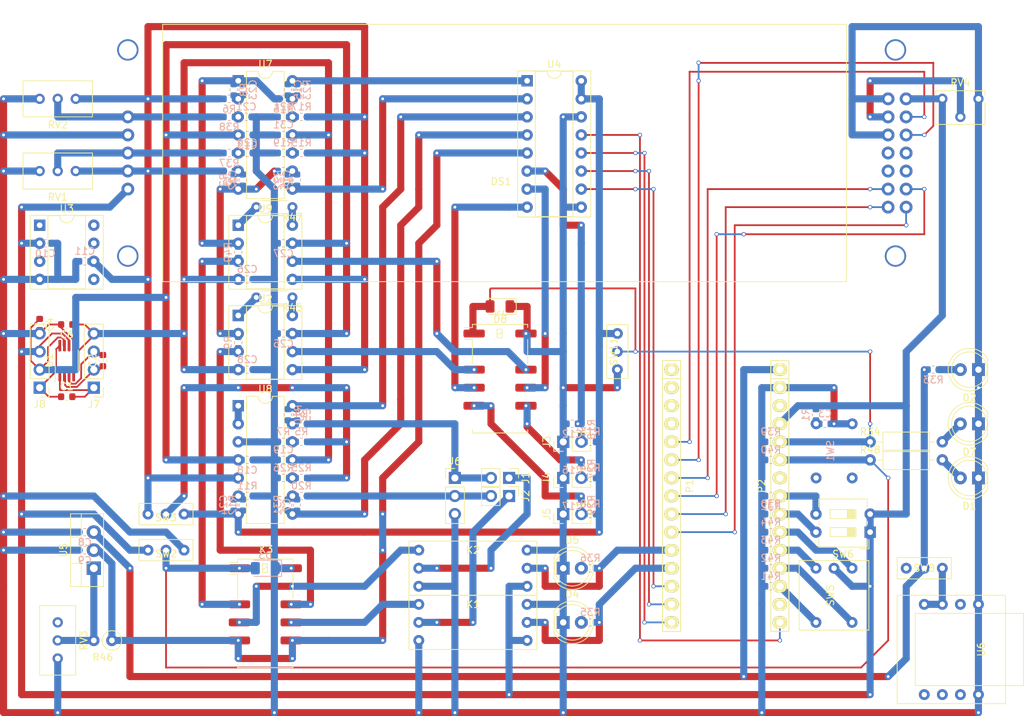
<source format=kicad_pcb>
(kicad_pcb (version 20171130) (host pcbnew "(5.1.6)-1")
  (title_block (date "jeu. 02 avril 2015"))
  (layers (0 F.Cu signal) (31 B.Cu signal) (34 B.Paste user) (35 F.Paste user) (36 B.SilkS user) (37 F.SilkS user) (38 B.Mask user) (39 F.Mask user) (44 Edge.Cuts user))
  (net 0 "")
  (net 1 /Reset)
  (net 2 GND)
  (net 3 /2)
  (net 4 "/3(**)")
  (net 5 /4)
  (net 6 "/5(**)")
  (net 7 "/6(**)")
  (net 8 /7)
  (net 9 /8)
  (net 10 "/9(**)")
  (net 11 "/10(**/SS)")
  (net 12 +5V)
  (net 13 /A3)
  (net 14 /A2)
  (net 15 /A1)
  (net 16 /A0)
  (net 17 "/13(SCK)")
  (net 18 "/11(**/MOSI)")
  (net 19 "Net-(C2-Pad2)")
  (net 20 "Net-(C2-Pad1)")
  (net 21 "Net-(C5-Pad1)")
  (net 22 "Net-(R5-Pad2)")
  (net 23 /5VA)
  (net 24 "/12(MISO)")
  (net 25 /A7)
  (net 26 /A6)
  (net 27 /A5)
  (net 28 "Net-(C7-Pad1)")
  (net 29 "Net-(R25-Pad2)")
  (net 30 /CH1)
  (net 31 "Net-(K1-Pad6)")
  (net 32 "Net-(K2-Pad6)")
  (net 33 /CH2)
  (net 34 /CH1_Out)
  (net 35 /CH2_Out)
  (net 36 "Net-(R15-Pad2)")
  (net 37 "Net-(R17-Pad2)")
  (net 38 +12VA)
  (net 39 /CH1_ADC)
  (net 40 /CH2_ADC)
  (net 41 /CH3_Out)
  (net 42 /2.5VA)
  (net 43 /CH2_ADC_M)
  (net 44 "Net-(C14-Pad1)")
  (net 45 "Net-(C15-Pad1)")
  (net 46 /CH1_ADC_M)
  (net 47 "Net-(J1-Pad1)")
  (net 48 "Net-(J2-Pad1)")
  (net 49 /Temp01)
  (net 50 /Temp02)
  (net 51 /Temp03)
  (net 52 /Ref)
  (net 53 /Vin)
  (net 54 "Net-(D2-Pad2)")
  (net 55 "Net-(D4-Pad2)")
  (net 56 "Net-(D5-Pad2)")
  (net 57 "Net-(DS1-Pad3)")
  (net 58 "Net-(J3-Pad2)")
  (net 59 "Net-(J4-Pad2)")
  (net 60 "Net-(J5-Pad2)")
  (net 61 "Net-(C20-Pad2)")
  (net 62 "Net-(C21-Pad2)")
  (net 63 "Net-(R37-Pad1)")
  (net 64 "Net-(R38-Pad1)")
  (net 65 /AREF)
  (net 66 "Net-(C1-Pad1)")
  (net 67 "Net-(C1-Pad2)")
  (net 68 +10V)
  (net 69 -10V)
  (net 70 "Net-(R46-Pad2)")
  (net 71 "Net-(C22-Pad1)")
  (net 72 "Net-(C23-Pad1)")
  (net 73 "Net-(C24-Pad1)")
  (net 74 "Net-(D1-Pad2)")
  (net 75 /A4)
  (net 76 "Net-(R45-Pad1)")
  (net 77 "Net-(R45-Pad2)")
  (net 78 "Net-(R47-Pad1)")
  (net 79 "Net-(R47-Pad2)")
  (net 80 /Measure02)
  (net 81 /CH2_Current)
  (net 82 /CH1_Current)
  (net 83 /Measure03)
  (net 84 /CH1_N)
  (net 85 /CH2_N)
  (net 86 "Net-(U8-Pad1)")
  (net 87 "Net-(D7-Pad2)")
  (module Resistor_THT:R_Axial_DIN0207_L6.3mm_D2.5mm_P10.16mm_Horizontal (layer F.Cu) (at 149.86 88.9)
    (fp_text reference R48 (at 0 -1.43) (layer F.SilkS))
    (fp_text value 10k)
    (pad 2 thru_hole oval (at 10.16 0) (size 1.6 1.6) (drill 0.8) (layers *.Cu *.Mask) (net 74 "Net-(D1-Pad2)"))
    (pad 1 thru_hole circle (at 0 0) (size 1.6 1.6) (drill 0.8) (layers *.Cu *.Mask) (net 26 /A6))
  )
  (module Resistor_THT:R_Axial_DIN0207_L6.3mm_D2.5mm_P10.16mm_Horizontal (layer F.Cu) (at 149.86 86.36)
    (fp_text reference R34 (at 0 -1.43) (layer F.SilkS))
    (fp_text value 10k)
    (pad 2 thru_hole oval (at 10.16 0) (size 1.6 1.6) (drill 0.8) (layers *.Cu *.Mask) (net 87 "Net-(D7-Pad2)"))
    (pad 1 thru_hole circle (at 0 0) (size 1.6 1.6) (drill 0.8) (layers *.Cu *.Mask) (net 25 /A7))
  )
  (module fairtk0605:sc2004 (layer F.Cu) (at 98.425 45.72 180)
    (fp_text reference DS1 (at 0.5 -4) (layer F.SilkS))
    (fp_text value sc2004)
    (pad 15 thru_hole circle (at 53 -5.08 180) (size 1.8 1.8) (drill 1) (layers *.Cu *.Mask) (net 12 +5V))
    (pad 15 thru_hole circle (at 53 -2.54 180) (size 1.8 1.8) (drill 1) (layers *.Cu *.Mask) (net 42 /2.5VA))
    (pad "" thru_hole circle (at 53 0 180) (size 1.8 1.8) (drill 1) (layers *.Cu *.Mask) (net 63 "Net-(R37-Pad1)"))
    (pad 16 thru_hole circle (at 53 2.54 180) (size 1.8 1.8) (drill 1) (layers *.Cu *.Mask) (net 2 GND))
    (pad 14 thru_hole circle (at -56.5 -7.62 180) (size 1.8 1.8) (drill 1) (layers *.Cu *.Mask) (net 8 /7))
    (pad 13 thru_hole circle (at -53.96 -7.62 180) (size 1.8 1.8) (drill 1) (layers *.Cu *.Mask) (net 7 "/6(**)"))
    (pad 12 thru_hole circle (at -56.5 -5.08 180) (size 1.8 1.8) (drill 1) (layers *.Cu *.Mask) (net 6 "/5(**)"))
    (pad 11 thru_hole circle (at -53.96 -5.08 180) (size 1.8 1.8) (drill 1) (layers *.Cu *.Mask) (net 5 /4))
    (pad 10 thru_hole circle (at -56.5 -2.54 180) (size 1.8 1.8) (drill 1) (layers *.Cu *.Mask))
    (pad 9 thru_hole circle (at -53.96 -2.54 180) (size 1.8 1.8) (drill 1) (layers *.Cu *.Mask))
    (pad 8 thru_hole circle (at -56.5 0 180) (size 1.8 1.8) (drill 1) (layers *.Cu *.Mask))
    (pad 7 thru_hole circle (at -53.96 0 180) (size 1.8 1.8) (drill 1) (layers *.Cu *.Mask))
    (pad 6 thru_hole circle (at -56.5 2.54 180) (size 1.8 1.8) (drill 1) (layers *.Cu *.Mask) (net 4 "/3(**)"))
    (pad 5 thru_hole circle (at -53.96 2.54 180) (size 1.8 1.8) (drill 1) (layers *.Cu *.Mask) (net 2 GND))
    (pad 4 thru_hole circle (at -56.5 5.08 180) (size 1.8 1.8) (drill 1) (layers *.Cu *.Mask) (net 3 /2))
    (pad 3 thru_hole circle (at -53.96 5.08 180) (size 1.8 1.8) (drill 1) (layers *.Cu *.Mask) (net 57 "Net-(DS1-Pad3)"))
    (pad 2 thru_hole circle (at -56.5 7.62 180) (size 1.8 1.8) (drill 1) (layers *.Cu *.Mask) (net 12 +5V))
    (pad 1 thru_hole circle (at -53.96 7.62 180) (size 1.8 1.8) (drill 1) (layers *.Cu *.Mask) (net 2 GND))
    (pad 16 thru_hole circle (at 53 5.08 180) (size 1.8 1.8) (drill 1) (layers *.Cu *.Mask) (net 64 "Net-(R38-Pad1)"))
    (pad "" thru_hole circle (at 53 -14.5 180) (size 3 3) (drill 2.5) (layers *.Cu *.Mask))
    (pad "" thru_hole circle (at 53 14.5 180) (size 3 3) (drill 2.5) (layers *.Cu *.Mask))
    (pad "" thru_hole circle (at -55 14.5 180) (size 3 3) (drill 2.5) (layers *.Cu *.Mask))
    (pad "" thru_hole circle (at -55 -14.5 180) (size 3 3) (drill 2.5) (layers *.Cu *.Mask))
  )
  (module LED_THT:LED_D5.0mm (layer F.Cu) (at 106.68 104.14)
    (fp_text reference D5 (at 1.27 -3.96) (layer F.SilkS))
    (fp_text value LED)
    (pad 2 thru_hole circle (at 2.54 0) (size 1.8 1.8) (drill 0.9) (layers *.Cu *.Mask) (net 56 "Net-(D5-Pad2)"))
    (pad 1 thru_hole rect (at 0 0) (size 1.8 1.8) (drill 0.9) (layers *.Cu *.Mask) (net 2 GND))
  )
  (module LED_THT:LED_D5.0mm (layer F.Cu) (at 106.68 111.76)
    (fp_text reference D4 (at 1.27 -3.96) (layer F.SilkS))
    (fp_text value LED)
    (pad 2 thru_hole circle (at 2.54 0) (size 1.8 1.8) (drill 0.9) (layers *.Cu *.Mask) (net 55 "Net-(D4-Pad2)"))
    (pad 1 thru_hole rect (at 0 0) (size 1.8 1.8) (drill 0.9) (layers *.Cu *.Mask) (net 2 GND))
  )
  (module Resistor_THT:R_Axial_DIN0204_L3.6mm_D1.6mm_P5.08mm_Horizontal (layer F.Cu) (at 68.58 53.34 180)
    (fp_text reference R47 (at 0 -1.43) (layer F.SilkS))
    (fp_text value 100)
    (pad 2 thru_hole oval (at 5.08 0 180) (size 1.4 1.4) (drill 0.7) (layers *.Cu *.Mask) (net 79 "Net-(R47-Pad2)"))
    (pad 1 thru_hole circle (at 0 0 180) (size 1.4 1.4) (drill 0.7) (layers *.Cu *.Mask) (net 78 "Net-(R47-Pad1)"))
  )
  (module Resistor_THT:R_Axial_DIN0204_L3.6mm_D1.6mm_P5.08mm_Horizontal (layer F.Cu) (at 68.58 66.04 180)
    (fp_text reference R45 (at 0 -1.43) (layer F.SilkS))
    (fp_text value 100)
    (pad 2 thru_hole oval (at 5.08 0 180) (size 1.4 1.4) (drill 0.7) (layers *.Cu *.Mask) (net 77 "Net-(R45-Pad2)"))
    (pad 1 thru_hole circle (at 0 0 180) (size 1.4 1.4) (drill 0.7) (layers *.Cu *.Mask) (net 76 "Net-(R45-Pad1)"))
  )
  (module fairtk0605:Simple_SPDT_Relay (layer F.Cu) (at 93.98 104.14 180)
    (fp_text reference K2 (at 0 2.54) (layer F.SilkS))
    (fp_text value Simple_SPDT_Relay)
    (pad 4 thru_hole circle (at 7.62 -2.54 180) (size 1.524 1.524) (drill 0.762) (layers *.Cu *.Mask) (net 2 GND))
    (pad 5 thru_hole circle (at 7.62 0 180) (size 1.524 1.524) (drill 0.762) (layers *.Cu *.Mask) (net 47 "Net-(J1-Pad1)"))
    (pad 6 thru_hole circle (at 7.62 2.54 180) (size 1.524 1.524) (drill 0.762) (layers *.Cu *.Mask) (net 32 "Net-(K2-Pad6)"))
    (pad 3 thru_hole circle (at -7.62 2.54 180) (size 1.524 1.524) (drill 0.762) (layers *.Cu *.Mask) (net 2 GND))
    (pad 2 thru_hole circle (at -7.62 0 180) (size 1.524 1.524) (drill 0.762) (layers *.Cu *.Mask) (net 9 /8))
    (pad 1 thru_hole circle (at -7.62 -2.54 180) (size 1.524 1.524) (drill 0.762) (layers *.Cu *.Mask) (net 12 +5V))
  )
  (module fairtk0605:Simple_SPDT_Relay (layer F.Cu) (at 93.98 111.76 180)
    (fp_text reference K1 (at 0 2.54) (layer F.SilkS))
    (fp_text value Simple_SPDT_Relay)
    (pad 4 thru_hole circle (at 7.62 -2.54 180) (size 1.524 1.524) (drill 0.762) (layers *.Cu *.Mask) (net 2 GND))
    (pad 5 thru_hole circle (at 7.62 0 180) (size 1.524 1.524) (drill 0.762) (layers *.Cu *.Mask) (net 48 "Net-(J2-Pad1)"))
    (pad 6 thru_hole circle (at 7.62 2.54 180) (size 1.524 1.524) (drill 0.762) (layers *.Cu *.Mask) (net 31 "Net-(K1-Pad6)"))
    (pad 3 thru_hole circle (at -7.62 2.54 180) (size 1.524 1.524) (drill 0.762) (layers *.Cu *.Mask) (net 2 GND))
    (pad 2 thru_hole circle (at -7.62 0 180) (size 1.524 1.524) (drill 0.762) (layers *.Cu *.Mask) (net 10 "/9(**)"))
    (pad 1 thru_hole circle (at -7.62 -2.54 180) (size 1.524 1.524) (drill 0.762) (layers *.Cu *.Mask) (net 12 +5V))
  )
  (module Resistor_SMD:R_0603_1608Metric (layer B.Cu) (at 110.49 104.14 180)
    (fp_text reference R36 (at 0 1.43 180) (layer B.SilkS) (effects (justify mirror)))
    (fp_text value 10k)
    (pad 1 smd roundrect (at -0.7875 0 180) (size 0.875 0.95) (layers B.Cu B.Paste B.Mask) (net 9 /8))
    (pad 2 smd roundrect (at 0.7875 0 180) (size 0.875 0.95) (layers B.Cu B.Paste B.Mask) (net 56 "Net-(D5-Pad2)"))
  )
  (module Button_Switch_THT:SW_DIP_SPSTx02_Slide_6.7x6.64mm_W7.62mm_P2.54mm_LowProfile (layer F.Cu) (at 149.86 99.06 180)
    (fp_text reference SW6 (at 3.81 -3.11) (layer F.SilkS))
    (fp_text value SW_DIP_x02)
    (pad 4 thru_hole oval (at 7.62 0 180) (size 1.6 1.6) (drill 0.8) (layers *.Cu *.Mask) (net 13 /A3))
    (pad 2 thru_hole oval (at 0 2.54 180) (size 1.6 1.6) (drill 0.8) (layers *.Cu *.Mask) (net 12 +5V))
    (pad 3 thru_hole oval (at 7.62 2.54 180) (size 1.6 1.6) (drill 0.8) (layers *.Cu *.Mask) (net 75 /A4))
    (pad 1 thru_hole rect (at 0 0 180) (size 1.6 1.6) (drill 0.8) (layers *.Cu *.Mask) (net 12 +5V))
  )
  (module Potentiometer_THT:Potentiometer_Bourns_3266W_Vertical (layer F.Cu) (at 165.1 38.1)
    (fp_text reference RV4 (at -2.54 -2.27) (layer F.SilkS))
    (fp_text value R_POT_500)
    (pad 3 thru_hole circle (at -5.08 0) (size 1.44 1.44) (drill 0.8) (layers *.Cu *.Mask) (net 12 +5V))
    (pad 2 thru_hole circle (at -2.54 2.54) (size 1.44 1.44) (drill 0.8) (layers *.Cu *.Mask) (net 57 "Net-(DS1-Pad3)"))
    (pad 1 thru_hole circle (at 0 0) (size 1.44 1.44) (drill 0.8) (layers *.Cu *.Mask) (net 2 GND))
  )
  (module LED_THT:LED_D5.0mm (layer F.Cu) (at 165.1 76.2 180)
    (fp_text reference D2 (at 1.27 -3.96) (layer F.SilkS))
    (fp_text value LED)
    (pad 2 thru_hole circle (at 2.54 0 180) (size 1.8 1.8) (drill 0.9) (layers *.Cu *.Mask) (net 54 "Net-(D2-Pad2)"))
    (pad 1 thru_hole rect (at 0 0 180) (size 1.8 1.8) (drill 0.9) (layers *.Cu *.Mask) (net 2 GND))
  )
  (module Socket_Arduino_Nano:Socket_Strip_Arduino_1x15 (layer F.Cu) (at 121.92 76.2 270)
    (fp_text reference P1 (at 16.383 -2.54 270) (layer F.SilkS))
    (fp_text value Digital)
    (pad 15 thru_hole oval (at 35.56 0 270) (size 1.7272 2.032) (drill 1.016) (layers *.Cu *.Mask F.SilkS) (net 24 "/12(MISO)"))
    (pad 14 thru_hole oval (at 33.02 0 270) (size 1.7272 2.032) (drill 1.016) (layers *.Cu *.Mask F.SilkS) (net 18 "/11(**/MOSI)"))
    (pad 13 thru_hole oval (at 30.48 0 270) (size 1.7272 2.032) (drill 1.016) (layers *.Cu *.Mask F.SilkS) (net 11 "/10(**/SS)"))
    (pad 12 thru_hole oval (at 27.94 0 270) (size 1.7272 2.032) (drill 1.016) (layers *.Cu *.Mask F.SilkS) (net 10 "/9(**)"))
    (pad 11 thru_hole oval (at 25.4 0 270) (size 1.7272 2.032) (drill 1.016) (layers *.Cu *.Mask F.SilkS) (net 9 /8))
    (pad 10 thru_hole oval (at 22.86 0 270) (size 1.7272 2.032) (drill 1.016) (layers *.Cu *.Mask F.SilkS) (net 8 /7))
    (pad 9 thru_hole oval (at 20.32 0 270) (size 1.7272 2.032) (drill 1.016) (layers *.Cu *.Mask F.SilkS) (net 7 "/6(**)"))
    (pad 8 thru_hole oval (at 17.78 0 270) (size 1.7272 2.032) (drill 1.016) (layers *.Cu *.Mask F.SilkS) (net 6 "/5(**)"))
    (pad 7 thru_hole oval (at 15.24 0 270) (size 1.7272 2.032) (drill 1.016) (layers *.Cu *.Mask F.SilkS) (net 5 /4))
    (pad 6 thru_hole oval (at 12.7 0 270) (size 1.7272 2.032) (drill 1.016) (layers *.Cu *.Mask F.SilkS) (net 4 "/3(**)"))
    (pad 5 thru_hole oval (at 10.16 0 270) (size 1.7272 2.032) (drill 1.016) (layers *.Cu *.Mask F.SilkS) (net 3 /2))
    (pad 4 thru_hole oval (at 7.62 0 270) (size 1.7272 2.032) (drill 1.016) (layers *.Cu *.Mask F.SilkS) (net 2 GND))
    (pad 3 thru_hole oval (at 5.08 0 270) (size 1.7272 2.032) (drill 1.016) (layers *.Cu *.Mask F.SilkS) (net 1 /Reset))
    (pad 2 thru_hole oval (at 2.54 0 270) (size 1.7272 2.032) (drill 1.016) (layers *.Cu *.Mask F.SilkS))
    (pad 1 thru_hole oval (at 0 0 270) (size 1.7272 2.032) (drill 1.016) (layers *.Cu *.Mask F.SilkS))
  )
  (module Socket_Arduino_Nano:Socket_Strip_Arduino_1x15 (layer F.Cu) (at 137.16 76.2 270)
    (fp_text reference P2 (at 16.383 2.54 270) (layer F.SilkS))
    (fp_text value Analog)
    (pad 15 thru_hole oval (at 35.56 0 270) (size 1.7272 2.032) (drill 1.016) (layers *.Cu *.Mask F.SilkS) (net 17 "/13(SCK)"))
    (pad 14 thru_hole oval (at 33.02 0 270) (size 1.7272 2.032) (drill 1.016) (layers *.Cu *.Mask F.SilkS))
    (pad 13 thru_hole oval (at 30.48 0 270) (size 1.7272 2.032) (drill 1.016) (layers *.Cu *.Mask F.SilkS) (net 65 /AREF))
    (pad 12 thru_hole oval (at 27.94 0 270) (size 1.7272 2.032) (drill 1.016) (layers *.Cu *.Mask F.SilkS) (net 16 /A0))
    (pad 11 thru_hole oval (at 25.4 0 270) (size 1.7272 2.032) (drill 1.016) (layers *.Cu *.Mask F.SilkS) (net 15 /A1))
    (pad 10 thru_hole oval (at 22.86 0 270) (size 1.7272 2.032) (drill 1.016) (layers *.Cu *.Mask F.SilkS) (net 14 /A2))
    (pad 9 thru_hole oval (at 20.32 0 270) (size 1.7272 2.032) (drill 1.016) (layers *.Cu *.Mask F.SilkS) (net 13 /A3))
    (pad 8 thru_hole oval (at 17.78 0 270) (size 1.7272 2.032) (drill 1.016) (layers *.Cu *.Mask F.SilkS) (net 75 /A4))
    (pad 7 thru_hole oval (at 15.24 0 270) (size 1.7272 2.032) (drill 1.016) (layers *.Cu *.Mask F.SilkS) (net 27 /A5))
    (pad 6 thru_hole oval (at 12.7 0 270) (size 1.7272 2.032) (drill 1.016) (layers *.Cu *.Mask F.SilkS) (net 26 /A6))
    (pad 5 thru_hole oval (at 10.16 0 270) (size 1.7272 2.032) (drill 1.016) (layers *.Cu *.Mask F.SilkS) (net 25 /A7))
    (pad 4 thru_hole oval (at 7.62 0 270) (size 1.7272 2.032) (drill 1.016) (layers *.Cu *.Mask F.SilkS) (net 12 +5V))
    (pad 3 thru_hole oval (at 5.08 0 270) (size 1.7272 2.032) (drill 1.016) (layers *.Cu *.Mask F.SilkS) (net 1 /Reset))
    (pad 2 thru_hole oval (at 2.54 0 270) (size 1.7272 2.032) (drill 1.016) (layers *.Cu *.Mask F.SilkS) (net 2 GND))
    (pad 1 thru_hole oval (at 0 0 270) (size 1.7272 2.032) (drill 1.016) (layers *.Cu *.Mask F.SilkS) (net 38 +12VA))
  )
  (module fairtk0605:SW_Push (layer B.Cu) (at 144.78 87.63 90)
    (fp_text reference SW1 (at 0 -0.5 -90) (layer B.SilkS) (effects (justify mirror)))
    (fp_text value OnOff)
    (pad 1 thru_hole circle (at 3.81 2.56 90) (size 1.524 1.524) (drill 0.762) (layers *.Cu *.Mask) (net 2 GND))
    (pad 2 thru_hole circle (at 3.81 -2.52 90) (size 1.524 1.524) (drill 0.762) (layers *.Cu *.Mask) (net 27 /A5))
    (pad 3 thru_hole circle (at -3.81 -2.52 90) (size 1.524 1.524) (drill 0.762) (layers *.Cu *.Mask))
    (pad 4 thru_hole circle (at -3.81 2.56 90) (size 1.524 1.524) (drill 0.762) (layers *.Cu *.Mask))
  )
  (module fairtk0605:Rotery_DIP_16 (layer F.Cu) (at 144.78 107.95 270)
    (fp_text reference SW5 (at 0 0.5 90) (layer F.SilkS))
    (fp_text value SW_Coded_SH-7050)
    (pad 8 thru_hole circle (at -3.81 -2.54 270) (size 1.524 1.524) (drill 0.762) (layers *.Cu *.Mask) (net 14 /A2))
    (pad C thru_hole circle (at -3.81 0 270) (size 1.524 1.524) (drill 0.762) (layers *.Cu *.Mask) (net 12 +5V))
    (pad 4 thru_hole circle (at -3.81 2.54 270) (size 1.524 1.524) (drill 0.762) (layers *.Cu *.Mask) (net 15 /A1))
    (pad 2 thru_hole circle (at 3.81 -2.54 270) (size 1.524 1.524) (drill 0.762) (layers *.Cu *.Mask) (net 16 /A0))
    (pad 1 thru_hole circle (at 3.81 2.54 270) (size 1.524 1.524) (drill 0.762) (layers *.Cu *.Mask) (net 65 /AREF))
  )
  (module Package_DIP:DIP-14_W7.62mm (layer F.Cu) (at 60.96 35.56)
    (fp_text reference U7 (at 3.81 -2.33) (layer F.SilkS))
    (fp_text value TL084)
    (pad 14 thru_hole oval (at 7.62 0) (size 1.6 1.6) (drill 0.8) (layers *.Cu *.Mask) (net 40 /CH2_ADC))
    (pad 7 thru_hole oval (at 0 15.24) (size 1.6 1.6) (drill 0.8) (layers *.Cu *.Mask) (net 34 /CH1_Out))
    (pad 13 thru_hole oval (at 7.62 2.54) (size 1.6 1.6) (drill 0.8) (layers *.Cu *.Mask) (net 45 "Net-(C15-Pad1)"))
    (pad 6 thru_hole oval (at 0 12.7) (size 1.6 1.6) (drill 0.8) (layers *.Cu *.Mask) (net 71 "Net-(C22-Pad1)"))
    (pad 12 thru_hole oval (at 7.62 5.08) (size 1.6 1.6) (drill 0.8) (layers *.Cu *.Mask) (net 37 "Net-(R17-Pad2)"))
    (pad 5 thru_hole oval (at 0 10.16) (size 1.6 1.6) (drill 0.8) (layers *.Cu *.Mask) (net 61 "Net-(C20-Pad2)"))
    (pad 11 thru_hole oval (at 7.62 7.62) (size 1.6 1.6) (drill 0.8) (layers *.Cu *.Mask) (net 69 -10V))
    (pad 4 thru_hole oval (at 0 7.62) (size 1.6 1.6) (drill 0.8) (layers *.Cu *.Mask) (net 68 +10V))
    (pad 10 thru_hole oval (at 7.62 10.16) (size 1.6 1.6) (drill 0.8) (layers *.Cu *.Mask) (net 36 "Net-(R15-Pad2)"))
    (pad 3 thru_hole oval (at 0 5.08) (size 1.6 1.6) (drill 0.8) (layers *.Cu *.Mask) (net 62 "Net-(C21-Pad2)"))
    (pad 9 thru_hole oval (at 7.62 12.7) (size 1.6 1.6) (drill 0.8) (layers *.Cu *.Mask) (net 44 "Net-(C14-Pad1)"))
    (pad 2 thru_hole oval (at 0 2.54) (size 1.6 1.6) (drill 0.8) (layers *.Cu *.Mask) (net 72 "Net-(C23-Pad1)"))
    (pad 8 thru_hole oval (at 7.62 15.24) (size 1.6 1.6) (drill 0.8) (layers *.Cu *.Mask) (net 39 /CH1_ADC))
    (pad 1 thru_hole rect (at 0 0) (size 1.6 1.6) (drill 0.8) (layers *.Cu *.Mask) (net 35 /CH2_Out))
  )
  (module fairtk0605:DC_Jack (layer F.Cu) (at 161.29 115.57 90)
    (fp_text reference U6 (at 0 4.2 90) (layer F.SilkS))
    (fp_text value DC_Juck)
    (pad 1 thru_hole circle (at 6.35 -3.81 90) (size 1.524 1.524) (drill 0.762) (layers *.Cu *.Mask) (net 53 /Vin))
    (pad 2 thru_hole circle (at 6.35 -1.27 90) (size 1.524 1.524) (drill 0.762) (layers *.Cu *.Mask) (net 53 /Vin))
    (pad 3 thru_hole circle (at 6.35 1.27 90) (size 1.524 1.524) (drill 0.762) (layers *.Cu *.Mask) (net 2 GND))
    (pad 4 thru_hole circle (at 6.35 3.81 90) (size 1.524 1.524) (drill 0.762) (layers *.Cu *.Mask) (net 2 GND))
    (pad 5 thru_hole circle (at -6.35 3.81 90) (size 1.524 1.524) (drill 0.762) (layers *.Cu *.Mask) (net 2 GND))
    (pad 6 thru_hole circle (at -6.35 1.27 90) (size 1.524 1.524) (drill 0.762) (layers *.Cu *.Mask) (net 2 GND))
    (pad 7 thru_hole circle (at -6.35 -1.27 90) (size 1.524 1.524) (drill 0.762) (layers *.Cu *.Mask) (net 53 /Vin))
    (pad 8 thru_hole circle (at -6.35 -3.81 90) (size 1.524 1.524) (drill 0.762) (layers *.Cu *.Mask) (net 53 /Vin))
  )
  (module Connector_PinHeader_2.54mm:PinHeader_1x02_P2.54mm_Vertical (layer F.Cu) (at 99.06 91.44 270)
    (fp_text reference J1 (at 0 -2.33 90) (layer F.SilkS))
    (fp_text value Conn_01x02)
    (pad 1 thru_hole rect (at 0 0 270) (size 1.7 1.7) (drill 1) (layers *.Cu *.Mask) (net 47 "Net-(J1-Pad1)"))
    (pad 2 thru_hole oval (at 0 2.54 270) (size 1.7 1.7) (drill 1) (layers *.Cu *.Mask) (net 33 /CH2))
  )
  (module Connector_PinHeader_2.54mm:PinHeader_1x02_P2.54mm_Vertical (layer F.Cu) (at 99.06 93.98 270)
    (fp_text reference J2 (at 0 -2.33 90) (layer F.SilkS))
    (fp_text value Conn_01x02)
    (pad 1 thru_hole rect (at 0 0 270) (size 1.7 1.7) (drill 1) (layers *.Cu *.Mask) (net 48 "Net-(J2-Pad1)"))
    (pad 2 thru_hole oval (at 0 2.54 270) (size 1.7 1.7) (drill 1) (layers *.Cu *.Mask) (net 30 /CH1))
  )
  (module Connector_PinHeader_2.54mm:PinHeader_1x02_P2.54mm_Vertical (layer F.Cu) (at 106.68 86.36 90)
    (fp_text reference J3 (at 0 -2.33 90) (layer F.SilkS))
    (fp_text value Conn_01x02)
    (pad 2 thru_hole oval (at 0 2.54 90) (size 1.7 1.7) (drill 1) (layers *.Cu *.Mask) (net 58 "Net-(J3-Pad2)"))
    (pad 1 thru_hole rect (at 0 0 90) (size 1.7 1.7) (drill 1) (layers *.Cu *.Mask) (net 2 GND))
  )
  (module Connector_PinHeader_2.54mm:PinHeader_1x02_P2.54mm_Vertical (layer F.Cu) (at 106.68 91.44 90)
    (fp_text reference J4 (at 0 -2.33 90) (layer F.SilkS))
    (fp_text value Conn_01x02)
    (pad 2 thru_hole oval (at 0 2.54 90) (size 1.7 1.7) (drill 1) (layers *.Cu *.Mask) (net 59 "Net-(J4-Pad2)"))
    (pad 1 thru_hole rect (at 0 0 90) (size 1.7 1.7) (drill 1) (layers *.Cu *.Mask) (net 2 GND))
  )
  (module Connector_PinHeader_2.54mm:PinHeader_1x02_P2.54mm_Vertical (layer F.Cu) (at 106.68 96.52 90)
    (fp_text reference J5 (at 0 -2.33 90) (layer F.SilkS))
    (fp_text value Conn_01x02)
    (pad 1 thru_hole rect (at 0 0 90) (size 1.7 1.7) (drill 1) (layers *.Cu *.Mask) (net 2 GND))
    (pad 2 thru_hole oval (at 0 2.54 90) (size 1.7 1.7) (drill 1) (layers *.Cu *.Mask) (net 60 "Net-(J5-Pad2)"))
  )
  (module fairtk0605:SW_SPDT (layer F.Cu) (at 157.48 104.14)
    (fp_text reference SW8 (at 0 0) (layer F.SilkS))
    (fp_text value SW_SPDT)
    (pad 1 thru_hole circle (at -2.54 0) (size 1.524 1.524) (drill 0.762) (layers *.Cu *.Mask))
    (pad 2 thru_hole circle (at 0 0) (size 1.524 1.524) (drill 0.762) (layers *.Cu *.Mask) (net 38 +12VA))
    (pad 3 thru_hole circle (at 2.54 0) (size 1.524 1.524) (drill 0.762) (layers *.Cu *.Mask) (net 53 /Vin))
  )
  (module Package_DIP:DIP-8_W7.62mm_Socket (layer F.Cu) (at 33.02 55.88)
    (fp_text reference U3 (at 3.81 -2.33) (layer F.SilkS))
    (fp_text value AD780)
    (pad 1 thru_hole rect (at 0 0) (size 1.6 1.6) (drill 0.8) (layers *.Cu *.Mask))
    (pad 5 thru_hole oval (at 7.62 7.62) (size 1.6 1.6) (drill 0.8) (layers *.Cu *.Mask))
    (pad 2 thru_hole oval (at 0 2.54) (size 1.6 1.6) (drill 0.8) (layers *.Cu *.Mask) (net 12 +5V))
    (pad 6 thru_hole oval (at 7.62 5.08) (size 1.6 1.6) (drill 0.8) (layers *.Cu *.Mask) (net 42 /2.5VA))
    (pad 3 thru_hole oval (at 0 5.08) (size 1.6 1.6) (drill 0.8) (layers *.Cu *.Mask))
    (pad 7 thru_hole oval (at 7.62 2.54) (size 1.6 1.6) (drill 0.8) (layers *.Cu *.Mask))
    (pad 4 thru_hole oval (at 0 7.62) (size 1.6 1.6) (drill 0.8) (layers *.Cu *.Mask) (net 2 GND))
    (pad 8 thru_hole oval (at 7.62 0) (size 1.6 1.6) (drill 0.8) (layers *.Cu *.Mask))
  )
  (module Package_DIP:DIP-16_W7.62mm_Socket (layer F.Cu) (at 101.6 35.56)
    (fp_text reference U4 (at 3.81 -2.33) (layer F.SilkS))
    (fp_text value MCP3208)
    (pad 1 thru_hole rect (at 0 0) (size 1.6 1.6) (drill 0.8) (layers *.Cu *.Mask) (net 40 /CH2_ADC))
    (pad 9 thru_hole oval (at 7.62 17.78) (size 1.6 1.6) (drill 0.8) (layers *.Cu *.Mask) (net 2 GND))
    (pad 2 thru_hole oval (at 0 2.54) (size 1.6 1.6) (drill 0.8) (layers *.Cu *.Mask) (net 39 /CH1_ADC))
    (pad 10 thru_hole oval (at 7.62 15.24) (size 1.6 1.6) (drill 0.8) (layers *.Cu *.Mask) (net 11 "/10(**/SS)"))
    (pad 3 thru_hole oval (at 0 5.08) (size 1.6 1.6) (drill 0.8) (layers *.Cu *.Mask) (net 43 /CH2_ADC_M))
    (pad 11 thru_hole oval (at 7.62 12.7) (size 1.6 1.6) (drill 0.8) (layers *.Cu *.Mask) (net 18 "/11(**/MOSI)"))
    (pad 4 thru_hole oval (at 0 7.62) (size 1.6 1.6) (drill 0.8) (layers *.Cu *.Mask) (net 46 /CH1_ADC_M))
    (pad 12 thru_hole oval (at 7.62 10.16) (size 1.6 1.6) (drill 0.8) (layers *.Cu *.Mask) (net 24 "/12(MISO)"))
    (pad 5 thru_hole oval (at 0 10.16) (size 1.6 1.6) (drill 0.8) (layers *.Cu *.Mask) (net 41 /CH3_Out))
    (pad 13 thru_hole oval (at 7.62 7.62) (size 1.6 1.6) (drill 0.8) (layers *.Cu *.Mask) (net 17 "/13(SCK)"))
    (pad 6 thru_hole oval (at 0 12.7) (size 1.6 1.6) (drill 0.8) (layers *.Cu *.Mask) (net 49 /Temp01))
    (pad 14 thru_hole oval (at 7.62 5.08) (size 1.6 1.6) (drill 0.8) (layers *.Cu *.Mask) (net 2 GND))
    (pad 7 thru_hole oval (at 0 15.24) (size 1.6 1.6) (drill 0.8) (layers *.Cu *.Mask) (net 80 /Measure02))
    (pad 15 thru_hole oval (at 7.62 2.54) (size 1.6 1.6) (drill 0.8) (layers *.Cu *.Mask) (net 23 /5VA))
    (pad 8 thru_hole oval (at 0 17.78) (size 1.6 1.6) (drill 0.8) (layers *.Cu *.Mask) (net 83 /Measure03))
    (pad 16 thru_hole oval (at 7.62 0) (size 1.6 1.6) (drill 0.8) (layers *.Cu *.Mask) (net 23 /5VA))
  )
  (module Capacitor_SMD:C_0603_1608Metric (layer B.Cu) (at 143.51 83.82 180)
    (fp_text reference C3 (at 0 1.43) (layer B.SilkS) (effects (justify mirror)))
    (fp_text value 100n)
    (pad 2 smd roundrect (at 0.7875 0 180) (size 0.875 0.95) (layers B.Cu B.Paste B.Mask) (net 27 /A5))
    (pad 1 smd roundrect (at -0.7875 0 180) (size 0.875 0.95) (layers B.Cu B.Paste B.Mask) (net 2 GND))
  )
  (module Capacitor_SMD:C_0603_1608Metric (layer B.Cu) (at 69.215 82.55 90)
    (fp_text reference C5 (at 0 1.43 270) (layer B.SilkS) (effects (justify mirror)))
    (fp_text value 100n)
    (pad 1 smd roundrect (at -0.7875 0 90) (size 0.875 0.95) (layers B.Cu B.Paste B.Mask) (net 21 "Net-(C5-Pad1)"))
    (pad 2 smd roundrect (at 0.7875 0 90) (size 0.875 0.95) (layers B.Cu B.Paste B.Mask) (net 43 /CH2_ADC_M))
  )
  (module Capacitor_SMD:C_0603_1608Metric (layer B.Cu) (at 69.215 95.25 270)
    (fp_text reference C7 (at 0 1.43 270) (layer B.SilkS) (effects (justify mirror)))
    (fp_text value 100n)
    (pad 2 smd roundrect (at 0.7875 0 270) (size 0.875 0.95) (layers B.Cu B.Paste B.Mask) (net 46 /CH1_ADC_M))
    (pad 1 smd roundrect (at -0.7875 0 270) (size 0.875 0.95) (layers B.Cu B.Paste B.Mask) (net 28 "Net-(C7-Pad1)"))
  )
  (module Capacitor_SMD:C_0603_1608Metric (layer B.Cu) (at 33.8075 58.42)
    (fp_text reference C10 (at 0 1.43) (layer B.SilkS) (effects (justify mirror)))
    (fp_text value 1u)
    (pad 1 smd roundrect (at -0.7875 0) (size 0.875 0.95) (layers B.Cu B.Paste B.Mask) (net 12 +5V))
    (pad 2 smd roundrect (at 0.7875 0) (size 0.875 0.95) (layers B.Cu B.Paste B.Mask) (net 2 GND))
  )
  (module Capacitor_SMD:C_0603_1608Metric (layer B.Cu) (at 39.37 60.96 180)
    (fp_text reference C11 (at 0 1.43) (layer B.SilkS) (effects (justify mirror)))
    (fp_text value 100n)
    (pad 2 smd roundrect (at 0.7875 0 180) (size 0.875 0.95) (layers B.Cu B.Paste B.Mask) (net 2 GND))
    (pad 1 smd roundrect (at -0.7875 0 180) (size 0.875 0.95) (layers B.Cu B.Paste B.Mask) (net 42 /2.5VA))
  )
  (module Capacitor_SMD:C_0603_1608Metric (layer B.Cu) (at 107.95 83.82)
    (fp_text reference C12 (at 0 1.43 180) (layer B.SilkS) (effects (justify mirror)))
    (fp_text value 100n)
    (pad 2 smd roundrect (at 0.7875 0) (size 0.875 0.95) (layers B.Cu B.Paste B.Mask) (net 49 /Temp01))
    (pad 1 smd roundrect (at -0.7875 0) (size 0.875 0.95) (layers B.Cu B.Paste B.Mask) (net 2 GND))
  )
  (module Capacitor_SMD:C_0603_1608Metric (layer B.Cu) (at 62.23 43.18)
    (fp_text reference C13 (at 0 1.43) (layer B.SilkS) (effects (justify mirror)))
    (fp_text value 100n)
    (pad 1 smd roundrect (at -0.7875 0) (size 0.875 0.95) (layers B.Cu B.Paste B.Mask) (net 68 +10V))
    (pad 2 smd roundrect (at 0.7875 0) (size 0.875 0.95) (layers B.Cu B.Paste B.Mask) (net 2 GND))
  )
  (module Capacitor_SMD:C_0603_1608Metric (layer B.Cu) (at 69.215 49.53 270)
    (fp_text reference C14 (at 0 1.43 270) (layer B.SilkS) (effects (justify mirror)))
    (fp_text value 100n)
    (pad 1 smd roundrect (at -0.7875 0 270) (size 0.875 0.95) (layers B.Cu B.Paste B.Mask) (net 44 "Net-(C14-Pad1)"))
    (pad 2 smd roundrect (at 0.7875 0 270) (size 0.875 0.95) (layers B.Cu B.Paste B.Mask) (net 39 /CH1_ADC))
  )
  (module Capacitor_SMD:C_0603_1608Metric (layer B.Cu) (at 67.945 36.83 90)
    (fp_text reference C15 (at 0 1.43 270) (layer B.SilkS) (effects (justify mirror)))
    (fp_text value 100n)
    (pad 2 smd roundrect (at 0.7875 0 90) (size 0.875 0.95) (layers B.Cu B.Paste B.Mask) (net 40 /CH2_ADC))
    (pad 1 smd roundrect (at -0.7875 0 90) (size 0.875 0.95) (layers B.Cu B.Paste B.Mask) (net 45 "Net-(C15-Pad1)"))
  )
  (module Capacitor_SMD:C_0603_1608Metric (layer B.Cu) (at 107.95 88.9)
    (fp_text reference C16 (at 0 1.43 180) (layer B.SilkS) (effects (justify mirror)))
    (fp_text value 100n)
    (pad 2 smd roundrect (at 0.7875 0) (size 0.875 0.95) (layers B.Cu B.Paste B.Mask) (net 50 /Temp02))
    (pad 1 smd roundrect (at -0.7875 0) (size 0.875 0.95) (layers B.Cu B.Paste B.Mask) (net 2 GND))
  )
  (module Capacitor_SMD:C_0603_1608Metric (layer B.Cu) (at 107.95 93.98)
    (fp_text reference C17 (at 0 1.43 180) (layer B.SilkS) (effects (justify mirror)))
    (fp_text value 100n)
    (pad 1 smd roundrect (at -0.7875 0) (size 0.875 0.95) (layers B.Cu B.Paste B.Mask) (net 2 GND))
    (pad 2 smd roundrect (at 0.7875 0) (size 0.875 0.95) (layers B.Cu B.Paste B.Mask) (net 51 /Temp03))
  )
  (module Capacitor_SMD:C_0603_1608Metric (layer B.Cu) (at 62.23 88.9)
    (fp_text reference C18 (at 0 1.43 180) (layer B.SilkS) (effects (justify mirror)))
    (fp_text value 100n)
    (pad 2 smd roundrect (at 0.7875 0) (size 0.875 0.95) (layers B.Cu B.Paste B.Mask) (net 2 GND))
    (pad 1 smd roundrect (at -0.7875 0) (size 0.875 0.95) (layers B.Cu B.Paste B.Mask) (net 68 +10V))
  )
  (module Capacitor_SMD:C_0603_1608Metric (layer B.Cu) (at 67.31 88.9 180)
    (fp_text reference C19 (at 0 1.43 180) (layer B.SilkS) (effects (justify mirror)))
    (fp_text value 100n)
    (pad 1 smd roundrect (at -0.7875 0 180) (size 0.875 0.95) (layers B.Cu B.Paste B.Mask) (net 69 -10V))
    (pad 2 smd roundrect (at 0.7875 0 180) (size 0.875 0.95) (layers B.Cu B.Paste B.Mask) (net 2 GND))
  )
  (module Capacitor_SMD:C_0603_1608Metric (layer B.Cu) (at 62.23 45.72 180)
    (fp_text reference C20 (at 0 1.43) (layer B.SilkS) (effects (justify mirror)))
    (fp_text value 100n)
    (pad 1 smd roundrect (at -0.7875 0 180) (size 0.875 0.95) (layers B.Cu B.Paste B.Mask) (net 2 GND))
    (pad 2 smd roundrect (at 0.7875 0 180) (size 0.875 0.95) (layers B.Cu B.Paste B.Mask) (net 61 "Net-(C20-Pad2)"))
  )
  (module Capacitor_SMD:C_0603_1608Metric (layer B.Cu) (at 62.0775 40.64 180)
    (fp_text reference C21 (at 0 1.43) (layer B.SilkS) (effects (justify mirror)))
    (fp_text value 100n)
    (pad 2 smd roundrect (at 0.7875 0 180) (size 0.875 0.95) (layers B.Cu B.Paste B.Mask) (net 62 "Net-(C21-Pad2)"))
    (pad 1 smd roundrect (at -0.7875 0 180) (size 0.875 0.95) (layers B.Cu B.Paste B.Mask) (net 2 GND))
  )
  (module Capacitor_SMD:C_0603_1608Metric (layer B.Cu) (at 67.31 43.18 180)
    (fp_text reference C31 (at 0 1.43) (layer B.SilkS) (effects (justify mirror)))
    (fp_text value 100n)
    (pad 1 smd roundrect (at -0.7875 0 180) (size 0.875 0.95) (layers B.Cu B.Paste B.Mask) (net 69 -10V))
    (pad 2 smd roundrect (at 0.7875 0 180) (size 0.875 0.95) (layers B.Cu B.Paste B.Mask) (net 2 GND))
  )
  (module Resistor_SMD:R_0603_1608Metric (layer B.Cu) (at 142.24 82.55 270)
    (fp_text reference R1 (at 0 1.43 90) (layer B.SilkS) (effects (justify mirror)))
    (fp_text value 10k)
    (pad 1 smd roundrect (at -0.7875 0 270) (size 0.875 0.95) (layers B.Cu B.Paste B.Mask) (net 12 +5V))
    (pad 2 smd roundrect (at 0.7875 0 270) (size 0.875 0.95) (layers B.Cu B.Paste B.Mask) (net 27 /A5))
  )
  (module Resistor_SMD:R_0603_1608Metric (layer B.Cu) (at 60.325 49.53 270)
    (fp_text reference R2 (at 0 1.43 270) (layer B.SilkS) (effects (justify mirror)))
    (fp_text value 20k)
    (pad 1 smd roundrect (at -0.7875 0 270) (size 0.875 0.95) (layers B.Cu B.Paste B.Mask) (net 71 "Net-(C22-Pad1)"))
    (pad 2 smd roundrect (at 0.7875 0 270) (size 0.875 0.95) (layers B.Cu B.Paste B.Mask) (net 34 /CH1_Out))
  )
  (module Resistor_SMD:R_0603_1608Metric (layer B.Cu) (at 59.69 48.26)
    (fp_text reference R3 (at 0 1.43) (layer B.SilkS) (effects (justify mirror)))
    (fp_text value 20k)
    (pad 2 smd roundrect (at 0.7875 0) (size 0.875 0.95) (layers B.Cu B.Paste B.Mask) (net 71 "Net-(C22-Pad1)"))
    (pad 1 smd roundrect (at -0.7875 0) (size 0.875 0.95) (layers B.Cu B.Paste B.Mask) (net 42 /2.5VA))
  )
  (module Resistor_SMD:R_0603_1608Metric (layer B.Cu) (at 69.85 83.82 180)
    (fp_text reference R4 (at 0 1.43) (layer B.SilkS) (effects (justify mirror)))
    (fp_text value 10k)
    (pad 1 smd roundrect (at -0.7875 0 180) (size 0.875 0.95) (layers B.Cu B.Paste B.Mask) (net 33 /CH2))
    (pad 2 smd roundrect (at 0.7875 0 180) (size 0.875 0.95) (layers B.Cu B.Paste B.Mask) (net 21 "Net-(C5-Pad1)"))
  )
  (module Resistor_SMD:R_0603_1608Metric (layer B.Cu) (at 69.85 86.36 180)
    (fp_text reference R5 (at 0 1.43) (layer B.SilkS) (effects (justify mirror)))
    (fp_text value 10k)
    (pad 2 smd roundrect (at 0.7875 0 180) (size 0.875 0.95) (layers B.Cu B.Paste B.Mask) (net 22 "Net-(R5-Pad2)"))
    (pad 1 smd roundrect (at -0.7875 0 180) (size 0.875 0.95) (layers B.Cu B.Paste B.Mask) (net 52 /Ref))
  )
  (module Resistor_SMD:R_0603_1608Metric (layer B.Cu) (at 59.69 38.1)
    (fp_text reference R6 (at 0 1.43) (layer B.SilkS) (effects (justify mirror)))
    (fp_text value 20k)
    (pad 1 smd roundrect (at -0.7875 0) (size 0.875 0.95) (layers B.Cu B.Paste B.Mask) (net 42 /2.5VA))
    (pad 2 smd roundrect (at 0.7875 0) (size 0.875 0.95) (layers B.Cu B.Paste B.Mask) (net 72 "Net-(C23-Pad1)"))
  )
  (module Resistor_SMD:R_0603_1608Metric (layer B.Cu) (at 67.31 86.36 180)
    (fp_text reference R7 (at 0 1.43) (layer B.SilkS) (effects (justify mirror)))
    (fp_text value 10k)
    (pad 1 smd roundrect (at -0.7875 0 180) (size 0.875 0.95) (layers B.Cu B.Paste B.Mask) (net 22 "Net-(R5-Pad2)"))
    (pad 2 smd roundrect (at 0.7875 0 180) (size 0.875 0.95) (layers B.Cu B.Paste B.Mask) (net 2 GND))
  )
  (module Resistor_SMD:R_0603_1608Metric (layer B.Cu) (at 60.325 36.83 90)
    (fp_text reference R8 (at 0 1.43 270) (layer B.SilkS) (effects (justify mirror)))
    (fp_text value 20k)
    (pad 2 smd roundrect (at 0.7875 0 90) (size 0.875 0.95) (layers B.Cu B.Paste B.Mask) (net 35 /CH2_Out))
    (pad 1 smd roundrect (at -0.7875 0 90) (size 0.875 0.95) (layers B.Cu B.Paste B.Mask) (net 72 "Net-(C23-Pad1)"))
  )
  (module Resistor_SMD:R_0603_1608Metric (layer B.Cu) (at 67.945 82.55 90)
    (fp_text reference R10 (at 0 1.43 270) (layer B.SilkS) (effects (justify mirror)))
    (fp_text value 10k)
    (pad 2 smd roundrect (at 0.7875 0 90) (size 0.875 0.95) (layers B.Cu B.Paste B.Mask) (net 43 /CH2_ADC_M))
    (pad 1 smd roundrect (at -0.7875 0 90) (size 0.875 0.95) (layers B.Cu B.Paste B.Mask) (net 21 "Net-(C5-Pad1)"))
  )
  (module Resistor_SMD:R_0603_1608Metric (layer B.Cu) (at 62.23 93.98 180)
    (fp_text reference R11 (at 0 1.43) (layer B.SilkS) (effects (justify mirror)))
    (fp_text value 10k)
    (pad 2 smd roundrect (at 0.7875 0 180) (size 0.875 0.95) (layers B.Cu B.Paste B.Mask) (net 73 "Net-(C24-Pad1)"))
    (pad 1 smd roundrect (at -0.7875 0 180) (size 0.875 0.95) (layers B.Cu B.Paste B.Mask) (net 2 GND))
  )
  (module Resistor_SMD:R_0603_1608Metric (layer B.Cu) (at 61.595 95.25 270)
    (fp_text reference R12 (at 0 1.43 270) (layer B.SilkS) (effects (justify mirror)))
    (fp_text value 10k)
    (pad 1 smd roundrect (at -0.7875 0 270) (size 0.875 0.95) (layers B.Cu B.Paste B.Mask) (net 73 "Net-(C24-Pad1)"))
    (pad 2 smd roundrect (at 0.7875 0 270) (size 0.875 0.95) (layers B.Cu B.Paste B.Mask) (net 23 /5VA))
  )
  (module Resistor_SMD:R_0603_1608Metric (layer B.Cu) (at 110.49 86.36 180)
    (fp_text reference R13 (at 0 1.43 180) (layer B.SilkS) (effects (justify mirror)))
    (fp_text value 20k)
    (pad 1 smd roundrect (at -0.7875 0 180) (size 0.875 0.95) (layers B.Cu B.Paste B.Mask) (net 23 /5VA))
    (pad 2 smd roundrect (at 0.7875 0 180) (size 0.875 0.95) (layers B.Cu B.Paste B.Mask) (net 58 "Net-(J3-Pad2)"))
  )
  (module Resistor_SMD:R_0603_1608Metric (layer B.Cu) (at 67.31 48.26)
    (fp_text reference R14 (at 0 1.43) (layer B.SilkS) (effects (justify mirror)))
    (fp_text value 10k)
    (pad 1 smd roundrect (at -0.7875 0) (size 0.875 0.95) (layers B.Cu B.Paste B.Mask) (net 34 /CH1_Out))
    (pad 2 smd roundrect (at 0.7875 0) (size 0.875 0.95) (layers B.Cu B.Paste B.Mask) (net 44 "Net-(C14-Pad1)"))
  )
  (module Resistor_SMD:R_0603_1608Metric (layer B.Cu) (at 69.85 45.72 180)
    (fp_text reference R15 (at 0 1.43) (layer B.SilkS) (effects (justify mirror)))
    (fp_text value 10k)
    (pad 2 smd roundrect (at 0.7875 0 180) (size 0.875 0.95) (layers B.Cu B.Paste B.Mask) (net 36 "Net-(R15-Pad2)"))
    (pad 1 smd roundrect (at -0.7875 0 180) (size 0.875 0.95) (layers B.Cu B.Paste B.Mask) (net 42 /2.5VA))
  )
  (module Resistor_SMD:R_0603_1608Metric (layer B.Cu) (at 67.31 38.1)
    (fp_text reference R16 (at 0 1.43) (layer B.SilkS) (effects (justify mirror)))
    (fp_text value 10k)
    (pad 2 smd roundrect (at 0.7875 0) (size 0.875 0.95) (layers B.Cu B.Paste B.Mask) (net 45 "Net-(C15-Pad1)"))
    (pad 1 smd roundrect (at -0.7875 0) (size 0.875 0.95) (layers B.Cu B.Paste B.Mask) (net 35 /CH2_Out))
  )
  (module Resistor_SMD:R_0603_1608Metric (layer B.Cu) (at 69.85 40.64 180)
    (fp_text reference R17 (at 0 1.43) (layer B.SilkS) (effects (justify mirror)))
    (fp_text value 10k)
    (pad 1 smd roundrect (at -0.7875 0 180) (size 0.875 0.95) (layers B.Cu B.Paste B.Mask) (net 42 /2.5VA))
    (pad 2 smd roundrect (at 0.7875 0 180) (size 0.875 0.95) (layers B.Cu B.Paste B.Mask) (net 37 "Net-(R17-Pad2)"))
  )
  (module Resistor_SMD:R_0603_1608Metric (layer B.Cu) (at 109.22 84.6075 90)
    (fp_text reference R18 (at 0 1.43 90) (layer B.SilkS) (effects (justify mirror)))
    (fp_text value 20k)
    (pad 1 smd roundrect (at -0.7875 0 90) (size 0.875 0.95) (layers B.Cu B.Paste B.Mask) (net 58 "Net-(J3-Pad2)"))
    (pad 2 smd roundrect (at 0.7875 0 90) (size 0.875 0.95) (layers B.Cu B.Paste B.Mask) (net 49 /Temp01))
  )
  (module Resistor_SMD:R_0603_1608Metric (layer B.Cu) (at 67.31 45.72 180)
    (fp_text reference R19 (at 0 1.43) (layer B.SilkS) (effects (justify mirror)))
    (fp_text value 10k)
    (pad 2 smd roundrect (at 0.7875 0 180) (size 0.875 0.95) (layers B.Cu B.Paste B.Mask) (net 2 GND))
    (pad 1 smd roundrect (at -0.7875 0 180) (size 0.875 0.95) (layers B.Cu B.Paste B.Mask) (net 36 "Net-(R15-Pad2)"))
  )
  (module Resistor_SMD:R_0603_1608Metric (layer B.Cu) (at 69.85 93.98 180)
    (fp_text reference R20 (at 0 1.43) (layer B.SilkS) (effects (justify mirror)))
    (fp_text value 10k)
    (pad 1 smd roundrect (at -0.7875 0 180) (size 0.875 0.95) (layers B.Cu B.Paste B.Mask) (net 30 /CH1))
    (pad 2 smd roundrect (at 0.7875 0 180) (size 0.875 0.95) (layers B.Cu B.Paste B.Mask) (net 28 "Net-(C7-Pad1)"))
  )
  (module Resistor_SMD:R_0603_1608Metric (layer B.Cu) (at 67.31 40.64 180)
    (fp_text reference R21 (at 0 1.43) (layer B.SilkS) (effects (justify mirror)))
    (fp_text value 10k)
    (pad 2 smd roundrect (at 0.7875 0 180) (size 0.875 0.95) (layers B.Cu B.Paste B.Mask) (net 2 GND))
    (pad 1 smd roundrect (at -0.7875 0 180) (size 0.875 0.95) (layers B.Cu B.Paste B.Mask) (net 37 "Net-(R17-Pad2)"))
  )
  (module Resistor_SMD:R_0603_1608Metric (layer B.Cu) (at 67.945 49.53 270)
    (fp_text reference R22 (at 0 1.43 270) (layer B.SilkS) (effects (justify mirror)))
    (fp_text value 10k)
    (pad 2 smd roundrect (at 0.7875 0 270) (size 0.875 0.95) (layers B.Cu B.Paste B.Mask) (net 39 /CH1_ADC))
    (pad 1 smd roundrect (at -0.7875 0 270) (size 0.875 0.95) (layers B.Cu B.Paste B.Mask) (net 44 "Net-(C14-Pad1)"))
  )
  (module Resistor_SMD:R_0603_1608Metric (layer B.Cu) (at 69.215 36.83 90)
    (fp_text reference R23 (at 0 1.43 270) (layer B.SilkS) (effects (justify mirror)))
    (fp_text value 10k)
    (pad 1 smd roundrect (at -0.7875 0 90) (size 0.875 0.95) (layers B.Cu B.Paste B.Mask) (net 45 "Net-(C15-Pad1)"))
    (pad 2 smd roundrect (at 0.7875 0 90) (size 0.875 0.95) (layers B.Cu B.Paste B.Mask) (net 40 /CH2_ADC))
  )
  (module Resistor_SMD:R_0603_1608Metric (layer B.Cu) (at 110.49 91.44 180)
    (fp_text reference R24 (at 0 1.43 180) (layer B.SilkS) (effects (justify mirror)))
    (fp_text value 20k)
    (pad 1 smd roundrect (at -0.7875 0 180) (size 0.875 0.95) (layers B.Cu B.Paste B.Mask) (net 23 /5VA))
    (pad 2 smd roundrect (at 0.7875 0 180) (size 0.875 0.95) (layers B.Cu B.Paste B.Mask) (net 59 "Net-(J4-Pad2)"))
  )
  (module Resistor_SMD:R_0603_1608Metric (layer B.Cu) (at 69.85 91.44 180)
    (fp_text reference R25 (at 0 1.43) (layer B.SilkS) (effects (justify mirror)))
    (fp_text value 10k)
    (pad 2 smd roundrect (at 0.7875 0 180) (size 0.875 0.95) (layers B.Cu B.Paste B.Mask) (net 29 "Net-(R25-Pad2)"))
    (pad 1 smd roundrect (at -0.7875 0 180) (size 0.875 0.95) (layers B.Cu B.Paste B.Mask) (net 52 /Ref))
  )
  (module Resistor_SMD:R_0603_1608Metric (layer B.Cu) (at 67.31 91.44 180)
    (fp_text reference R26 (at 0 1.43) (layer B.SilkS) (effects (justify mirror)))
    (fp_text value 10k)
    (pad 2 smd roundrect (at 0.7875 0 180) (size 0.875 0.95) (layers B.Cu B.Paste B.Mask) (net 2 GND))
    (pad 1 smd roundrect (at -0.7875 0 180) (size 0.875 0.95) (layers B.Cu B.Paste B.Mask) (net 29 "Net-(R25-Pad2)"))
  )
  (module Resistor_SMD:R_0603_1608Metric (layer B.Cu) (at 109.22 90.17 90)
    (fp_text reference R27 (at 0 1.43 270) (layer B.SilkS) (effects (justify mirror)))
    (fp_text value 20k)
    (pad 2 smd roundrect (at 0.7875 0 90) (size 0.875 0.95) (layers B.Cu B.Paste B.Mask) (net 50 /Temp02))
    (pad 1 smd roundrect (at -0.7875 0 90) (size 0.875 0.95) (layers B.Cu B.Paste B.Mask) (net 59 "Net-(J4-Pad2)"))
  )
  (module Resistor_SMD:R_0603_1608Metric (layer B.Cu) (at 110.49 96.52 180)
    (fp_text reference R28 (at 0 1.43 180) (layer B.SilkS) (effects (justify mirror)))
    (fp_text value 20k)
    (pad 2 smd roundrect (at 0.7875 0 180) (size 0.875 0.95) (layers B.Cu B.Paste B.Mask) (net 60 "Net-(J5-Pad2)"))
    (pad 1 smd roundrect (at -0.7875 0 180) (size 0.875 0.95) (layers B.Cu B.Paste B.Mask) (net 23 /5VA))
  )
  (module Resistor_SMD:R_0603_1608Metric (layer B.Cu) (at 109.22 95.25 90)
    (fp_text reference R29 (at 0 1.43 90) (layer B.SilkS) (effects (justify mirror)))
    (fp_text value 20k)
    (pad 1 smd roundrect (at -0.7875 0 90) (size 0.875 0.95) (layers B.Cu B.Paste B.Mask) (net 60 "Net-(J5-Pad2)"))
    (pad 2 smd roundrect (at 0.7875 0 90) (size 0.875 0.95) (layers B.Cu B.Paste B.Mask) (net 51 /Temp03))
  )
  (module Resistor_SMD:R_0603_1608Metric (layer B.Cu) (at 135.89 96.52 180)
    (fp_text reference R30 (at 0 1.43) (layer B.SilkS) (effects (justify mirror)))
    (fp_text value 10k)
    (pad 2 smd roundrect (at 0.7875 0 180) (size 0.875 0.95) (layers B.Cu B.Paste B.Mask) (net 2 GND))
    (pad 1 smd roundrect (at -0.7875 0 180) (size 0.875 0.95) (layers B.Cu B.Paste B.Mask) (net 13 /A3))
  )
  (module Resistor_SMD:R_0603_1608Metric (layer B.Cu) (at 67.945 95.25 270)
    (fp_text reference R31 (at 0 1.43 270) (layer B.SilkS) (effects (justify mirror)))
    (fp_text value 10k)
    (pad 1 smd roundrect (at -0.7875 0 270) (size 0.875 0.95) (layers B.Cu B.Paste B.Mask) (net 28 "Net-(C7-Pad1)"))
    (pad 2 smd roundrect (at 0.7875 0 270) (size 0.875 0.95) (layers B.Cu B.Paste B.Mask) (net 46 /CH1_ADC_M))
  )
  (module Resistor_SMD:R_0603_1608Metric (layer B.Cu) (at 135.89 93.98)
    (fp_text reference R32 (at 0 1.43) (layer B.SilkS) (effects (justify mirror)))
    (fp_text value 10k)
    (pad 1 smd roundrect (at -0.7875 0) (size 0.875 0.95) (layers B.Cu B.Paste B.Mask) (net 2 GND))
    (pad 2 smd roundrect (at 0.7875 0) (size 0.875 0.95) (layers B.Cu B.Paste B.Mask) (net 75 /A4))
  )
  (module Resistor_SMD:R_0603_1608Metric (layer B.Cu) (at 158.75 76.2)
    (fp_text reference R33 (at 0 1.43) (layer B.SilkS) (effects (justify mirror)))
    (fp_text value 10k)
    (pad 1 smd roundrect (at -0.7875 0) (size 0.875 0.95) (layers B.Cu B.Paste B.Mask) (net 38 +12VA))
    (pad 2 smd roundrect (at 0.7875 0) (size 0.875 0.95) (layers B.Cu B.Paste B.Mask) (net 54 "Net-(D2-Pad2)"))
  )
  (module Resistor_SMD:R_0603_1608Metric (layer B.Cu) (at 110.49 111.76 180)
    (fp_text reference R35 (at 0 1.43 180) (layer B.SilkS) (effects (justify mirror)))
    (fp_text value 10k)
    (pad 1 smd roundrect (at -0.7875 0 180) (size 0.875 0.95) (layers B.Cu B.Paste B.Mask) (net 10 "/9(**)"))
    (pad 2 smd roundrect (at 0.7875 0 180) (size 0.875 0.95) (layers B.Cu B.Paste B.Mask) (net 55 "Net-(D4-Pad2)"))
  )
  (module Resistor_SMD:R_0603_1608Metric (layer B.Cu) (at 59.69 45.72)
    (fp_text reference R37 (at 0 1.43) (layer B.SilkS) (effects (justify mirror)))
    (fp_text value 20k)
    (pad 1 smd roundrect (at -0.7875 0) (size 0.875 0.95) (layers B.Cu B.Paste B.Mask) (net 63 "Net-(R37-Pad1)"))
    (pad 2 smd roundrect (at 0.7875 0) (size 0.875 0.95) (layers B.Cu B.Paste B.Mask) (net 61 "Net-(C20-Pad2)"))
  )
  (module Resistor_SMD:R_0603_1608Metric (layer B.Cu) (at 59.69 40.64)
    (fp_text reference R38 (at 0 1.43) (layer B.SilkS) (effects (justify mirror)))
    (fp_text value 20k)
    (pad 1 smd roundrect (at -0.7875 0) (size 0.875 0.95) (layers B.Cu B.Paste B.Mask) (net 64 "Net-(R38-Pad1)"))
    (pad 2 smd roundrect (at 0.7875 0) (size 0.875 0.95) (layers B.Cu B.Paste B.Mask) (net 62 "Net-(C21-Pad2)"))
  )
  (module Package_DIP:DIP-14_W7.62mm (layer F.Cu) (at 60.96 81.28)
    (fp_text reference U8 (at 3.81 -2.33) (layer F.SilkS))
    (fp_text value TL084)
    (pad 1 thru_hole rect (at 0 0) (size 1.6 1.6) (drill 0.8) (layers *.Cu *.Mask) (net 86 "Net-(U8-Pad1)"))
    (pad 8 thru_hole oval (at 7.62 15.24) (size 1.6 1.6) (drill 0.8) (layers *.Cu *.Mask) (net 46 /CH1_ADC_M))
    (pad 2 thru_hole oval (at 0 2.54) (size 1.6 1.6) (drill 0.8) (layers *.Cu *.Mask) (net 86 "Net-(U8-Pad1)"))
    (pad 9 thru_hole oval (at 7.62 12.7) (size 1.6 1.6) (drill 0.8) (layers *.Cu *.Mask) (net 28 "Net-(C7-Pad1)"))
    (pad 3 thru_hole oval (at 0 5.08) (size 1.6 1.6) (drill 0.8) (layers *.Cu *.Mask) (net 2 GND))
    (pad 10 thru_hole oval (at 7.62 10.16) (size 1.6 1.6) (drill 0.8) (layers *.Cu *.Mask) (net 29 "Net-(R25-Pad2)"))
    (pad 4 thru_hole oval (at 0 7.62) (size 1.6 1.6) (drill 0.8) (layers *.Cu *.Mask) (net 68 +10V))
    (pad 11 thru_hole oval (at 7.62 7.62) (size 1.6 1.6) (drill 0.8) (layers *.Cu *.Mask) (net 69 -10V))
    (pad 5 thru_hole oval (at 0 10.16) (size 1.6 1.6) (drill 0.8) (layers *.Cu *.Mask) (net 42 /2.5VA))
    (pad 12 thru_hole oval (at 7.62 5.08) (size 1.6 1.6) (drill 0.8) (layers *.Cu *.Mask) (net 22 "Net-(R5-Pad2)"))
    (pad 6 thru_hole oval (at 0 12.7) (size 1.6 1.6) (drill 0.8) (layers *.Cu *.Mask) (net 73 "Net-(C24-Pad1)"))
    (pad 13 thru_hole oval (at 7.62 2.54) (size 1.6 1.6) (drill 0.8) (layers *.Cu *.Mask) (net 21 "Net-(C5-Pad1)"))
    (pad 7 thru_hole oval (at 0 15.24) (size 1.6 1.6) (drill 0.8) (layers *.Cu *.Mask) (net 23 /5VA))
    (pad 14 thru_hole oval (at 7.62 0) (size 1.6 1.6) (drill 0.8) (layers *.Cu *.Mask) (net 43 /CH2_ADC_M))
  )
  (module Resistor_SMD:R_0603_1608Metric (layer B.Cu) (at 135.89 106.68 180)
    (fp_text reference R41 (at 0 1.43) (layer B.SilkS) (effects (justify mirror)))
    (fp_text value 10k)
    (pad 1 smd roundrect (at -0.7875 0 180) (size 0.875 0.95) (layers B.Cu B.Paste B.Mask) (net 65 /AREF))
    (pad 2 smd roundrect (at 0.7875 0 180) (size 0.875 0.95) (layers B.Cu B.Paste B.Mask) (net 2 GND))
  )
  (module Resistor_SMD:R_0603_1608Metric (layer B.Cu) (at 135.89 104.14 180)
    (fp_text reference R42 (at 0 1.43) (layer B.SilkS) (effects (justify mirror)))
    (fp_text value 10k)
    (pad 2 smd roundrect (at 0.7875 0 180) (size 0.875 0.95) (layers B.Cu B.Paste B.Mask) (net 2 GND))
    (pad 1 smd roundrect (at -0.7875 0 180) (size 0.875 0.95) (layers B.Cu B.Paste B.Mask) (net 16 /A0))
  )
  (module Resistor_SMD:R_0603_1608Metric (layer B.Cu) (at 135.89 101.6 180)
    (fp_text reference R43 (at 0 1.43) (layer B.SilkS) (effects (justify mirror)))
    (fp_text value 10k)
    (pad 1 smd roundrect (at -0.7875 0 180) (size 0.875 0.95) (layers B.Cu B.Paste B.Mask) (net 15 /A1))
    (pad 2 smd roundrect (at 0.7875 0 180) (size 0.875 0.95) (layers B.Cu B.Paste B.Mask) (net 2 GND))
  )
  (module Resistor_SMD:R_0603_1608Metric (layer B.Cu) (at 135.89 99.06 180)
    (fp_text reference R44 (at 0 1.43) (layer B.SilkS) (effects (justify mirror)))
    (fp_text value 10k)
    (pad 2 smd roundrect (at 0.7875 0 180) (size 0.875 0.95) (layers B.Cu B.Paste B.Mask) (net 2 GND))
    (pad 1 smd roundrect (at -0.7875 0 180) (size 0.875 0.95) (layers B.Cu B.Paste B.Mask) (net 14 /A2))
  )
  (module Connector_PinHeader_2.54mm:PinHeader_1x03_P2.54mm_Vertical (layer F.Cu) (at 91.44 91.44)
    (fp_text reference J6 (at 0 -2.33) (layer F.SilkS))
    (fp_text value Conn_01x03)
    (pad 1 thru_hole rect (at 0 0) (size 1.7 1.7) (drill 1) (layers *.Cu *.Mask) (net 33 /CH2))
    (pad 2 thru_hole oval (at 0 2.54) (size 1.7 1.7) (drill 1) (layers *.Cu *.Mask) (net 30 /CH1))
    (pad 3 thru_hole oval (at 0 5.08) (size 1.7 1.7) (drill 1) (layers *.Cu *.Mask) (net 2 GND))
  )
  (module Capacitor_SMD:C_0603_1608Metric (layer B.Cu) (at 39.37 99.06)
    (fp_text reference C8 (at 0 1.43) (layer B.SilkS) (effects (justify mirror)))
    (fp_text value 100n)
    (pad 1 smd roundrect (at -0.7875 0) (size 0.875 0.95) (layers B.Cu B.Paste B.Mask) (net 2 GND))
    (pad 2 smd roundrect (at 0.7875 0) (size 0.875 0.95) (layers B.Cu B.Paste B.Mask) (net 38 +12VA))
  )
  (module Capacitor_SMD:C_0603_1608Metric (layer B.Cu) (at 39.37 101.6)
    (fp_text reference C9 (at 0 1.43) (layer B.SilkS) (effects (justify mirror)))
    (fp_text value 100n)
    (pad 2 smd roundrect (at 0.7875 0) (size 0.875 0.95) (layers B.Cu B.Paste B.Mask) (net 41 /CH3_Out))
    (pad 1 smd roundrect (at -0.7875 0) (size 0.875 0.95) (layers B.Cu B.Paste B.Mask) (net 2 GND))
  )
  (module Package_TO_SOT_THT:TO-220-3_Vertical (layer F.Cu) (at 40.64 104.14 90)
    (fp_text reference U5 (at 2.54 -4.27 90) (layer F.SilkS))
    (fp_text value LM317_TO-220)
    (pad 1 thru_hole rect (at 0 0 90) (size 1.905 2) (drill 1.1) (layers *.Cu *.Mask) (net 70 "Net-(R46-Pad2)"))
    (pad 2 thru_hole oval (at 2.54 0 90) (size 1.905 2) (drill 1.1) (layers *.Cu *.Mask) (net 41 /CH3_Out))
    (pad 3 thru_hole oval (at 5.08 0 90) (size 1.905 2) (drill 1.1) (layers *.Cu *.Mask) (net 38 +12VA))
  )
  (module Capacitor_SMD:C_0603_1608Metric (layer F.Cu) (at 36.83 80.01)
    (fp_text reference C1 (at 0 -1.43) (layer F.SilkS))
    (fp_text value 100n)
    (pad 1 smd roundrect (at -0.7875 0) (size 0.875 0.95) (layers F.Cu F.Paste F.Mask) (net 66 "Net-(C1-Pad1)"))
    (pad 2 smd roundrect (at 0.7875 0) (size 0.875 0.95) (layers F.Cu F.Paste F.Mask) (net 67 "Net-(C1-Pad2)"))
  )
  (module Capacitor_SMD:C_0603_1608Metric (layer F.Cu) (at 41.91 74.93 90)
    (fp_text reference C2 (at 0 -1.43 90) (layer F.SilkS))
    (fp_text value 100n)
    (pad 2 smd roundrect (at 0.7875 0 90) (size 0.875 0.95) (layers F.Cu F.Paste F.Mask) (net 19 "Net-(C2-Pad2)"))
    (pad 1 smd roundrect (at -0.7875 0 90) (size 0.875 0.95) (layers F.Cu F.Paste F.Mask) (net 20 "Net-(C2-Pad1)"))
  )
  (module Capacitor_SMD:C_0603_1608Metric (layer F.Cu) (at 33.02 69.85 270)
    (fp_text reference C4 (at 0 -1.43 90) (layer F.SilkS))
    (fp_text value 100n)
    (pad 2 smd roundrect (at 0.7875 0 270) (size 0.875 0.95) (layers F.Cu F.Paste F.Mask) (net 2 GND))
    (pad 1 smd roundrect (at -0.7875 0 270) (size 0.875 0.95) (layers F.Cu F.Paste F.Mask) (net 68 +10V))
  )
  (module Capacitor_SMD:C_0603_1608Metric (layer F.Cu) (at 36.83 69.85 180)
    (fp_text reference C6 (at 0 -1.43) (layer F.SilkS))
    (fp_text value 100n)
    (pad 1 smd roundrect (at -0.7875 0 180) (size 0.875 0.95) (layers F.Cu F.Paste F.Mask) (net 69 -10V))
    (pad 2 smd roundrect (at 0.7875 0 180) (size 0.875 0.95) (layers F.Cu F.Paste F.Mask) (net 2 GND))
  )
  (module Potentiometer_THT:Potentiometer_Bourns_3296W_Vertical (layer F.Cu) (at 33.02 48.26 180)
    (fp_text reference RV1 (at -2.54 -3.66) (layer F.SilkS))
    (fp_text value R_POT_10k)
    (pad 1 thru_hole circle (at 0 0 180) (size 1.44 1.44) (drill 0.8) (layers *.Cu *.Mask) (net 2 GND))
    (pad 2 thru_hole circle (at -2.54 0 180) (size 1.44 1.44) (drill 0.8) (layers *.Cu *.Mask) (net 63 "Net-(R37-Pad1)"))
    (pad 3 thru_hole circle (at -5.08 0 180) (size 1.44 1.44) (drill 0.8) (layers *.Cu *.Mask) (net 42 /2.5VA))
  )
  (module Potentiometer_THT:Potentiometer_Bourns_3296W_Vertical (layer F.Cu) (at 33.02 38.1 180)
    (fp_text reference RV2 (at -2.54 -3.66) (layer F.SilkS))
    (fp_text value R_POT_10k)
    (pad 3 thru_hole circle (at -5.08 0 180) (size 1.44 1.44) (drill 0.8) (layers *.Cu *.Mask) (net 42 /2.5VA))
    (pad 2 thru_hole circle (at -2.54 0 180) (size 1.44 1.44) (drill 0.8) (layers *.Cu *.Mask) (net 64 "Net-(R38-Pad1)"))
    (pad 1 thru_hole circle (at 0 0 180) (size 1.44 1.44) (drill 0.8) (layers *.Cu *.Mask) (net 2 GND))
  )
  (module Potentiometer_THT:Potentiometer_Bourns_3296W_Vertical (layer F.Cu) (at 35.56 116.84 270)
    (fp_text reference RV3 (at -2.54 -3.66 90) (layer F.SilkS))
    (fp_text value R_POT_10k)
    (pad 1 thru_hole circle (at 0 0 270) (size 1.44 1.44) (drill 0.8) (layers *.Cu *.Mask) (net 2 GND))
    (pad 2 thru_hole circle (at -2.54 0 270) (size 1.44 1.44) (drill 0.8) (layers *.Cu *.Mask) (net 70 "Net-(R46-Pad2)"))
    (pad 3 thru_hole circle (at -5.08 0 270) (size 1.44 1.44) (drill 0.8) (layers *.Cu *.Mask))
  )
  (module Package_SO:MSOP-8_3x3mm_P0.65mm (layer F.Cu) (at 36.83 74.93 90)
    (fp_text reference U1 (at 0 -2.45 90) (layer F.SilkS))
    (fp_text value Max865)
    (pad 1 smd roundrect (at -2.1125 -0.975 90) (size 1.625 0.4) (layers F.Cu F.Paste F.Mask) (net 67 "Net-(C1-Pad2)"))
    (pad 2 smd roundrect (at -2.1125 -0.325 90) (size 1.625 0.4) (layers F.Cu F.Paste F.Mask) (net 20 "Net-(C2-Pad1)"))
    (pad 3 smd roundrect (at -2.1125 0.325 90) (size 1.625 0.4) (layers F.Cu F.Paste F.Mask) (net 19 "Net-(C2-Pad2)"))
    (pad 4 smd roundrect (at -2.1125 0.975 90) (size 1.625 0.4) (layers F.Cu F.Paste F.Mask) (net 69 -10V))
    (pad 5 smd roundrect (at 2.1125 0.975 90) (size 1.625 0.4) (layers F.Cu F.Paste F.Mask) (net 2 GND))
    (pad 6 smd roundrect (at 2.1125 0.325 90) (size 1.625 0.4) (layers F.Cu F.Paste F.Mask) (net 12 +5V))
    (pad 7 smd roundrect (at 2.1125 -0.325 90) (size 1.625 0.4) (layers F.Cu F.Paste F.Mask) (net 68 +10V))
    (pad 8 smd roundrect (at 2.1125 -0.975 90) (size 1.625 0.4) (layers F.Cu F.Paste F.Mask) (net 66 "Net-(C1-Pad1)"))
  )
  (module Connector_PinHeader_2.54mm:PinHeader_1x04_P2.54mm_Vertical (layer F.Cu) (at 40.64 78.74 180)
    (fp_text reference J7 (at 0 -2.33) (layer F.SilkS))
    (fp_text value Conn_01x04)
    (pad 4 thru_hole oval (at 0 7.62 180) (size 1.7 1.7) (drill 1) (layers *.Cu *.Mask) (net 69 -10V))
    (pad 3 thru_hole oval (at 0 5.08 180) (size 1.7 1.7) (drill 1) (layers *.Cu *.Mask) (net 19 "Net-(C2-Pad2)"))
    (pad 2 thru_hole oval (at 0 2.54 180) (size 1.7 1.7) (drill 1) (layers *.Cu *.Mask) (net 20 "Net-(C2-Pad1)"))
    (pad 1 thru_hole rect (at 0 0 180) (size 1.7 1.7) (drill 1) (layers *.Cu *.Mask) (net 67 "Net-(C1-Pad2)"))
  )
  (module Connector_PinHeader_2.54mm:PinHeader_1x04_P2.54mm_Vertical (layer F.Cu) (at 33.02 78.74 180)
    (fp_text reference J8 (at 0 -2.33) (layer F.SilkS))
    (fp_text value Conn_01x04)
    (pad 1 thru_hole rect (at 0 0 180) (size 1.7 1.7) (drill 1) (layers *.Cu *.Mask) (net 66 "Net-(C1-Pad1)"))
    (pad 2 thru_hole oval (at 0 2.54 180) (size 1.7 1.7) (drill 1) (layers *.Cu *.Mask) (net 68 +10V))
    (pad 3 thru_hole oval (at 0 5.08 180) (size 1.7 1.7) (drill 1) (layers *.Cu *.Mask) (net 12 +5V))
    (pad 4 thru_hole oval (at 0 7.62 180) (size 1.7 1.7) (drill 1) (layers *.Cu *.Mask) (net 2 GND))
  )
  (module Capacitor_SMD:C_0603_1608Metric (layer B.Cu) (at 61.595 49.53 270)
    (fp_text reference C22 (at 0 1.43 270) (layer B.SilkS) (effects (justify mirror)))
    (fp_text value 100n)
    (pad 1 smd roundrect (at -0.7875 0 270) (size 0.875 0.95) (layers B.Cu B.Paste B.Mask) (net 71 "Net-(C22-Pad1)"))
    (pad 2 smd roundrect (at 0.7875 0 270) (size 0.875 0.95) (layers B.Cu B.Paste B.Mask) (net 34 /CH1_Out))
  )
  (module Capacitor_SMD:C_0603_1608Metric (layer B.Cu) (at 61.595 36.83 90)
    (fp_text reference C23 (at 0 1.43 90) (layer B.SilkS) (effects (justify mirror)))
    (fp_text value 100n)
    (pad 1 smd roundrect (at -0.7875 0 90) (size 0.875 0.95) (layers B.Cu B.Paste B.Mask) (net 72 "Net-(C23-Pad1)"))
    (pad 2 smd roundrect (at 0.7875 0 90) (size 0.875 0.95) (layers B.Cu B.Paste B.Mask) (net 35 /CH2_Out))
  )
  (module Capacitor_SMD:C_0603_1608Metric (layer B.Cu) (at 60.325 95.25 270)
    (fp_text reference C24 (at 0 1.43 90) (layer B.SilkS) (effects (justify mirror)))
    (fp_text value 100n)
    (pad 2 smd roundrect (at 0.7875 0 270) (size 0.875 0.95) (layers B.Cu B.Paste B.Mask) (net 23 /5VA))
    (pad 1 smd roundrect (at -0.7875 0 270) (size 0.875 0.95) (layers B.Cu B.Paste B.Mask) (net 73 "Net-(C24-Pad1)"))
  )
  (module Capacitor_SMD:C_0603_1608Metric (layer B.Cu) (at 67.31 71.12)
    (fp_text reference C25 (at 0 1.43) (layer B.SilkS) (effects (justify mirror)))
    (fp_text value 100n)
    (pad 1 smd roundrect (at -0.7875 0) (size 0.875 0.95) (layers B.Cu B.Paste B.Mask) (net 2 GND))
    (pad 2 smd roundrect (at 0.7875 0) (size 0.875 0.95) (layers B.Cu B.Paste B.Mask) (net 68 +10V))
  )
  (module Capacitor_SMD:C_0603_1608Metric (layer B.Cu) (at 62.23 63.5 180)
    (fp_text reference C26 (at 0 1.43) (layer B.SilkS) (effects (justify mirror)))
    (fp_text value 100n)
    (pad 2 smd roundrect (at 0.7875 0 180) (size 0.875 0.95) (layers B.Cu B.Paste B.Mask) (net 69 -10V))
    (pad 1 smd roundrect (at -0.7875 0 180) (size 0.875 0.95) (layers B.Cu B.Paste B.Mask) (net 2 GND))
  )
  (module Capacitor_SMD:C_0603_1608Metric (layer B.Cu) (at 67.31 58.42)
    (fp_text reference C27 (at 0 1.43) (layer B.SilkS) (effects (justify mirror)))
    (fp_text value 100n)
    (pad 2 smd roundrect (at 0.7875 0) (size 0.875 0.95) (layers B.Cu B.Paste B.Mask) (net 68 +10V))
    (pad 1 smd roundrect (at -0.7875 0) (size 0.875 0.95) (layers B.Cu B.Paste B.Mask) (net 2 GND))
  )
  (module Capacitor_SMD:C_0603_1608Metric (layer B.Cu) (at 62.23 76.2 180)
    (fp_text reference C28 (at 0 1.43) (layer B.SilkS) (effects (justify mirror)))
    (fp_text value 100n)
    (pad 1 smd roundrect (at -0.7875 0 180) (size 0.875 0.95) (layers B.Cu B.Paste B.Mask) (net 2 GND))
    (pad 2 smd roundrect (at 0.7875 0 180) (size 0.875 0.95) (layers B.Cu B.Paste B.Mask) (net 69 -10V))
  )
  (module LED_THT:LED_D5.0mm (layer F.Cu) (at 165.1 91.44 180)
    (fp_text reference D1 (at 1.27 -3.96) (layer F.SilkS))
    (fp_text value LED)
    (pad 1 thru_hole rect (at 0 0 180) (size 1.8 1.8) (drill 0.9) (layers *.Cu *.Mask) (net 2 GND))
    (pad 2 thru_hole circle (at 2.54 0 180) (size 1.8 1.8) (drill 0.9) (layers *.Cu *.Mask) (net 74 "Net-(D1-Pad2)"))
  )
  (module Resistor_SMD:R_0603_1608Metric (layer B.Cu) (at 60.96 72.39 270)
    (fp_text reference R9 (at 0 1.43 270) (layer B.SilkS) (effects (justify mirror)))
    (fp_text value 10)
    (pad 2 smd roundrect (at 0.7875 0 270) (size 0.875 0.95) (layers B.Cu B.Paste B.Mask) (net 84 /CH1_N))
    (pad 1 smd roundrect (at -0.7875 0 270) (size 0.875 0.95) (layers B.Cu B.Paste B.Mask) (net 34 /CH1_Out))
  )
  (module Resistor_SMD:R_0603_1608Metric (layer B.Cu) (at 135.89 86.36 180)
    (fp_text reference R39 (at 0 1.43) (layer B.SilkS) (effects (justify mirror)))
    (fp_text value 10k)
    (pad 2 smd roundrect (at 0.7875 0 180) (size 0.875 0.95) (layers B.Cu B.Paste B.Mask) (net 2 GND))
    (pad 1 smd roundrect (at -0.7875 0 180) (size 0.875 0.95) (layers B.Cu B.Paste B.Mask) (net 25 /A7))
  )
  (module Resistor_SMD:R_0603_1608Metric (layer B.Cu) (at 135.89 88.9 180)
    (fp_text reference R40 (at 0 1.43) (layer B.SilkS) (effects (justify mirror)))
    (fp_text value 10k)
    (pad 2 smd roundrect (at 0.7875 0 180) (size 0.875 0.95) (layers B.Cu B.Paste B.Mask) (net 2 GND))
    (pad 1 smd roundrect (at -0.7875 0 180) (size 0.875 0.95) (layers B.Cu B.Paste B.Mask) (net 26 /A6))
  )
  (module Resistor_SMD:R_0603_1608Metric (layer B.Cu) (at 60.96 59.69 270)
    (fp_text reference R49 (at 0 1.43 270) (layer B.SilkS) (effects (justify mirror)))
    (fp_text value 10)
    (pad 1 smd roundrect (at -0.7875 0 270) (size 0.875 0.95) (layers B.Cu B.Paste B.Mask) (net 35 /CH2_Out))
    (pad 2 smd roundrect (at 0.7875 0 270) (size 0.875 0.95) (layers B.Cu B.Paste B.Mask) (net 85 /CH2_N))
  )
  (module fairtk0605:SW_SPDT (layer F.Cu) (at 114.3 73.66 270)
    (fp_text reference SW11 (at 0 0.5 90) (layer F.SilkS))
    (fp_text value SW_SPDT)
    (pad 1 thru_hole circle (at -2.54 0 270) (size 1.524 1.524) (drill 0.762) (layers *.Cu *.Mask) (net 23 /5VA))
    (pad 2 thru_hole circle (at 0 0 270) (size 1.524 1.524) (drill 0.762) (layers *.Cu *.Mask) (net 25 /A7))
    (pad 3 thru_hole circle (at 2.54 0 270) (size 1.524 1.524) (drill 0.762) (layers *.Cu *.Mask) (net 2 GND))
  )
  (module Package_DIP:DIP-8_W7.62mm_Socket (layer F.Cu) (at 60.96 68.58)
    (fp_text reference U2 (at 3.81 -2.33) (layer F.SilkS))
    (fp_text value AD620)
    (pad 1 thru_hole rect (at 0 0) (size 1.6 1.6) (drill 0.8) (layers *.Cu *.Mask) (net 77 "Net-(R45-Pad2)"))
    (pad 5 thru_hole oval (at 7.62 7.62) (size 1.6 1.6) (drill 0.8) (layers *.Cu *.Mask) (net 42 /2.5VA))
    (pad 2 thru_hole oval (at 0 2.54) (size 1.6 1.6) (drill 0.8) (layers *.Cu *.Mask) (net 34 /CH1_Out))
    (pad 6 thru_hole oval (at 7.62 5.08) (size 1.6 1.6) (drill 0.8) (layers *.Cu *.Mask) (net 82 /CH1_Current))
    (pad 3 thru_hole oval (at 0 5.08) (size 1.6 1.6) (drill 0.8) (layers *.Cu *.Mask) (net 84 /CH1_N))
    (pad 7 thru_hole oval (at 7.62 2.54) (size 1.6 1.6) (drill 0.8) (layers *.Cu *.Mask) (net 68 +10V))
    (pad 4 thru_hole oval (at 0 7.62) (size 1.6 1.6) (drill 0.8) (layers *.Cu *.Mask) (net 69 -10V))
    (pad 8 thru_hole oval (at 7.62 0) (size 1.6 1.6) (drill 0.8) (layers *.Cu *.Mask) (net 76 "Net-(R45-Pad1)"))
  )
  (module Package_DIP:DIP-8_W7.62mm_Socket (layer F.Cu) (at 60.96 55.88)
    (fp_text reference U9 (at 3.81 -2.33) (layer F.SilkS))
    (fp_text value AD620)
    (pad 8 thru_hole oval (at 7.62 0) (size 1.6 1.6) (drill 0.8) (layers *.Cu *.Mask) (net 78 "Net-(R47-Pad1)"))
    (pad 4 thru_hole oval (at 0 7.62) (size 1.6 1.6) (drill 0.8) (layers *.Cu *.Mask) (net 69 -10V))
    (pad 7 thru_hole oval (at 7.62 2.54) (size 1.6 1.6) (drill 0.8) (layers *.Cu *.Mask) (net 68 +10V))
    (pad 3 thru_hole oval (at 0 5.08) (size 1.6 1.6) (drill 0.8) (layers *.Cu *.Mask) (net 85 /CH2_N))
    (pad 6 thru_hole oval (at 7.62 5.08) (size 1.6 1.6) (drill 0.8) (layers *.Cu *.Mask) (net 81 /CH2_Current))
    (pad 2 thru_hole oval (at 0 2.54) (size 1.6 1.6) (drill 0.8) (layers *.Cu *.Mask) (net 35 /CH2_Out))
    (pad 5 thru_hole oval (at 7.62 7.62) (size 1.6 1.6) (drill 0.8) (layers *.Cu *.Mask) (net 42 /2.5VA))
    (pad 1 thru_hole rect (at 0 0) (size 1.6 1.6) (drill 0.8) (layers *.Cu *.Mask) (net 79 "Net-(R47-Pad2)"))
  )
  (module Resistor_THT:R_Axial_DIN0207_L6.3mm_D2.5mm_P2.54mm_Vertical (layer F.Cu) (at 43.18 114.3 180)
    (fp_text reference R46 (at 1.27 -2.37) (layer F.SilkS))
    (fp_text value 150)
    (pad 1 thru_hole circle (at 0 0 180) (size 1.6 1.6) (drill 0.8) (layers *.Cu *.Mask) (net 41 /CH3_Out))
    (pad 2 thru_hole oval (at 2.54 0 180) (size 1.6 1.6) (drill 0.8) (layers *.Cu *.Mask) (net 70 "Net-(R46-Pad2)"))
  )
  (module LED_THT:LED_D5.0mm (layer F.Cu) (at 165.1 83.82 180)
    (fp_text reference D7 (at 1.27 -3.96) (layer F.SilkS))
    (fp_text value LED)
    (pad 1 thru_hole rect (at 0 0 180) (size 1.8 1.8) (drill 0.9) (layers *.Cu *.Mask) (net 2 GND))
    (pad 2 thru_hole circle (at 2.54 0 180) (size 1.8 1.8) (drill 0.9) (layers *.Cu *.Mask) (net 87 "Net-(D7-Pad2)"))
  )
  (module Relay_SMD:Relay_DPDT_Kemet_EE2_NU (layer F.Cu) (at 64.77 110.49)
    (fp_text reference K3 (at 0.11 -9 180) (layer F.SilkS))
    (fp_text value EE2-5NU)
    (pad 12 smd roundrect (at 3.645 -6.35 270) (size 1.11 3) (layers F.Cu F.Paste F.Mask) (roundrect_rratio 0.225) (net 2 GND))
    (pad 10 smd roundrect (at 3.645 -1.27 270) (size 1.11 3) (layers F.Cu F.Paste F.Mask) (roundrect_rratio 0.225) (net 84 /CH1_N))
    (pad 9 smd roundrect (at 3.645 1.27 270) (size 1.11 3) (layers F.Cu F.Paste F.Mask) (roundrect_rratio 0.225) (net 31 "Net-(K1-Pad6)"))
    (pad 8 smd roundrect (at 3.645 3.81 270) (size 1.11 3) (layers F.Cu F.Paste F.Mask) (roundrect_rratio 0.225) (net 41 /CH3_Out))
    (pad 5 smd roundrect (at -3.645 3.81 270) (size 1.11 3) (layers F.Cu F.Paste F.Mask) (roundrect_rratio 0.225) (net 41 /CH3_Out))
    (pad 4 smd roundrect (at -3.645 1.27 270) (size 1.11 3) (layers F.Cu F.Paste F.Mask) (roundrect_rratio 0.225) (net 32 "Net-(K2-Pad6)"))
    (pad 3 smd roundrect (at -3.645 -1.27 270) (size 1.11 3) (layers F.Cu F.Paste F.Mask) (roundrect_rratio 0.225) (net 85 /CH2_N))
    (pad 1 smd roundrect (at -3.645 -6.35 270) (size 1.11 3) (layers F.Cu F.Paste F.Mask) (roundrect_rratio 0.225) (net 26 /A6))
  )
  (module Relay_SMD:Relay_DPDT_Kemet_EE2_NU (layer F.Cu) (at 97.79 77.47)
    (fp_text reference K4 (at 0.11 -9 180) (layer F.SilkS))
    (fp_text value EE2-5NU)
    (pad 1 smd roundrect (at -3.645 -6.35 270) (size 1.11 3) (layers F.Cu F.Paste F.Mask) (roundrect_rratio 0.225) (net 25 /A7))
    (pad 3 smd roundrect (at -3.645 -1.27 270) (size 1.11 3) (layers F.Cu F.Paste F.Mask) (roundrect_rratio 0.225) (net 82 /CH1_Current))
    (pad 4 smd roundrect (at -3.645 1.27 270) (size 1.11 3) (layers F.Cu F.Paste F.Mask) (roundrect_rratio 0.225) (net 83 /Measure03))
    (pad 5 smd roundrect (at -3.645 3.81 270) (size 1.11 3) (layers F.Cu F.Paste F.Mask) (roundrect_rratio 0.225) (net 51 /Temp03))
    (pad 8 smd roundrect (at 3.645 3.81 270) (size 1.11 3) (layers F.Cu F.Paste F.Mask) (roundrect_rratio 0.225) (net 50 /Temp02))
    (pad 9 smd roundrect (at 3.645 1.27 270) (size 1.11 3) (layers F.Cu F.Paste F.Mask) (roundrect_rratio 0.225) (net 80 /Measure02))
    (pad 10 smd roundrect (at 3.645 -1.27 270) (size 1.11 3) (layers F.Cu F.Paste F.Mask) (roundrect_rratio 0.225) (net 81 /CH2_Current))
    (pad 12 smd roundrect (at 3.645 -6.35 270) (size 1.11 3) (layers F.Cu F.Paste F.Mask) (roundrect_rratio 0.225) (net 2 GND))
  )
  (module fairtk0605:SW_SPDT (layer F.Cu) (at 50.8 101.6)
    (fp_text reference SW2 (at 0 0.5) (layer F.SilkS))
    (fp_text value SW_SPDT)
    (pad 1 thru_hole circle (at -2.54 0) (size 1.524 1.524) (drill 0.762) (layers *.Cu *.Mask) (net 12 +5V))
    (pad 2 thru_hole circle (at 0 0) (size 1.524 1.524) (drill 0.762) (layers *.Cu *.Mask) (net 26 /A6))
    (pad 3 thru_hole circle (at 2.54 0) (size 1.524 1.524) (drill 0.762) (layers *.Cu *.Mask) (net 2 GND))
  )
  (module fairtk0605:SW_SPDT (layer F.Cu) (at 50.8 96.52)
    (fp_text reference SW3 (at 0 0.5) (layer F.SilkS))
    (fp_text value SW_SPDT)
    (pad 3 thru_hole circle (at 2.54 0) (size 1.524 1.524) (drill 0.762) (layers *.Cu *.Mask) (net 23 /5VA))
    (pad 2 thru_hole circle (at 0 0) (size 1.524 1.524) (drill 0.762) (layers *.Cu *.Mask) (net 52 /Ref))
    (pad 1 thru_hole circle (at -2.54 0) (size 1.524 1.524) (drill 0.762) (layers *.Cu *.Mask) (net 42 /2.5VA))
  )
  (module Diode_SMD:D_1206_3216Metric (layer B.Cu) (at 64.77 104.14 180)
    (fp_text reference D3 (at 0 1.82) (layer B.SilkS) (effects (justify mirror)))
    (fp_text value DIODE)
    (pad 1 smd roundrect (at -1.4 0 180) (size 1.25 1.75) (layers B.Cu B.Paste B.Mask) (roundrect_rratio 0.2) (net 2 GND))
    (pad 2 smd roundrect (at 1.4 0 180) (size 1.25 1.75) (layers B.Cu B.Paste B.Mask) (roundrect_rratio 0.2) (net 26 /A6))
  )
  (module Diode_SMD:D_1206_3216Metric (layer F.Cu) (at 97.79 67.31 180)
    (fp_text reference D6 (at 0 -1.82) (layer F.SilkS))
    (fp_text value DIODE)
    (pad 2 smd roundrect (at 1.4 0 180) (size 1.25 1.75) (layers F.Cu F.Paste F.Mask) (roundrect_rratio 0.2) (net 25 /A7))
    (pad 1 smd roundrect (at -1.4 0 180) (size 1.25 1.75) (layers F.Cu F.Paste F.Mask) (roundrect_rratio 0.2) (net 2 GND))
  )
  (segment (start 33.02 71.12) (end 34.29 69.85) (width 0.25) (layer F.Cu) (net 2))
  (segment (start 34.29 69.85) (end 36.0425 69.85) (width 0.25) (layer F.Cu) (net 2))
  (segment (start 36.0425 70.291442) (end 36.0425 69.85) (width 0.25) (layer F.Cu) (net 2))
  (segment (start 37.805 72.053942) (end 36.0425 70.291442) (width 0.25) (layer F.Cu) (net 2))
  (segment (start 37.805 72.8175) (end 37.805 72.053942) (width 0.25) (layer F.Cu) (net 2))
  (via (at 27.94 38.1) (size 0.6) (drill 0.4) (layers F.Cu B.Cu) (net 2))
  (segment (start 33.02 38.1) (end 27.94 38.1) (width 1) (layer B.Cu) (net 2))
  (via (at 27.94 48.26) (size 0.6) (drill 0.4) (layers F.Cu B.Cu) (net 2))
  (segment (start 27.94 38.1) (end 27.94 48.26) (width 1) (layer F.Cu) (net 2))
  (segment (start 27.94 48.26) (end 33.02 48.26) (width 1) (layer B.Cu) (net 2))
  (via (at 27.94 63.5) (size 0.6) (drill 0.4) (layers F.Cu B.Cu) (net 2))
  (segment (start 33.02 63.5) (end 27.94 63.5) (width 1) (layer B.Cu) (net 2))
  (segment (start 27.94 48.26) (end 27.94 63.5) (width 1) (layer F.Cu) (net 2))
  (via (at 27.94 71.12) (size 0.6) (drill 0.4) (layers F.Cu B.Cu) (net 2))
  (segment (start 27.94 63.5) (end 27.94 71.12) (width 1) (layer F.Cu) (net 2))
  (segment (start 33.02 71.12) (end 27.94 71.12) (width 1) (layer B.Cu) (net 2))
  (segment (start 27.94 106.68) (end 27.94 124.46) (width 1) (layer F.Cu) (net 2))
  (via (at 165.1 124.46) (size 0.6) (drill 0.4) (layers F.Cu B.Cu) (net 2))
  (via (at 165.1 78.74) (size 0.6) (drill 0.4) (layers F.Cu B.Cu) (net 2))
  (via (at 134.62 124.46) (size 0.6) (drill 0.4) (layers F.Cu B.Cu) (net 2))
  (segment (start 134.62 109.22) (end 134.62 78.74) (width 1) (layer B.Cu) (net 2))
  (segment (start 134.62 78.74) (end 137.16 78.74) (width 1) (layer B.Cu) (net 2))
  (segment (start 147.34 83.82) (end 144.78 83.82) (width 1) (layer B.Cu) (net 2))
  (segment (start 63.5 40.64) (end 66.04 40.64) (width 1) (layer B.Cu) (net 2))
  (segment (start 63.0175 43.18) (end 66.04 43.18) (width 1) (layer B.Cu) (net 2))
  (segment (start 63.0175 45.72) (end 66.04 45.72) (width 1) (layer B.Cu) (net 2))
  (via (at 66.04 124.46) (size 0.6) (drill 0.4) (layers F.Cu B.Cu) (net 2))
  (segment (start 60.96 86.36) (end 63.5 86.36) (width 1) (layer B.Cu) (net 2))
  (segment (start 66.5225 86.36) (end 63.5 86.36) (width 1) (layer B.Cu) (net 2))
  (segment (start 63.0175 88.9) (end 66.04 88.9) (width 1) (layer B.Cu) (net 2))
  (segment (start 106.68 81.28) (end 106.68 96.52) (width 1) (layer B.Cu) (net 2))
  (via (at 106.68 124.46) (size 0.6) (drill 0.4) (layers F.Cu B.Cu) (net 2))
  (via (at 106.68 40.64) (size 0.6) (drill 0.4) (layers F.Cu B.Cu) (net 2))
  (segment (start 109.22 40.64) (end 106.68 40.64) (width 1) (layer B.Cu) (net 2))
  (segment (start 106.68 53.34) (end 109.22 53.34) (width 1) (layer B.Cu) (net 2))
  (via (at 68.415 104.14) (size 0.6) (drill 0.4) (layers F.Cu B.Cu) (net 2))
  (segment (start 66.17 104.14) (end 68.415 104.14) (width 1) (layer B.Cu) (net 2))
  (segment (start 165.1 124.46) (end 134.62 124.46) (width 1) (layer F.Cu) (net 2))
  (segment (start 165.1 109.22) (end 165.1 124.46) (width 1) (layer B.Cu) (net 2))
  (segment (start 134.62 109.22) (end 134.62 124.46) (width 1) (layer B.Cu) (net 2))
  (segment (start 106.68 101.6) (end 101.6 101.6) (width 1) (layer B.Cu) (net 2))
  (segment (start 101.6 109.22) (end 106.68 109.22) (width 1) (layer B.Cu) (net 2))
  (segment (start 63.0175 63.5) (end 66.04 63.5) (width 1) (layer B.Cu) (net 2))
  (segment (start 66.04 63.5) (end 66.04 53.34) (width 1) (layer B.Cu) (net 2))
  (segment (start 63.0175 93.98) (end 66.04 93.98) (width 1) (layer B.Cu) (net 2))
  (segment (start 66.04 124.46) (end 66.04 93.98) (width 1) (layer B.Cu) (net 2))
  (segment (start 66.04 93.98) (end 66.04 63.5) (width 1) (layer B.Cu) (net 2))
  (segment (start 63.0175 76.2) (end 66.04 76.2) (width 1) (layer B.Cu) (net 2))
  (segment (start 66.04 53.34) (end 66.04 50.8) (width 1) (layer B.Cu) (net 2))
  (segment (start 66.04 50.8) (end 63.5 48.26) (width 1) (layer B.Cu) (net 2))
  (segment (start 63.5 48.26) (end 63.5 45.72) (width 1) (layer B.Cu) (net 2))
  (segment (start 63.5 45.72) (end 63.5 40.64) (width 1) (layer B.Cu) (net 2))
  (segment (start 63.5 40.64) (end 62.865 40.64) (width 1) (layer B.Cu) (net 2))
  (segment (start 38.1 63.5) (end 38.1 60.96) (width 1) (layer B.Cu) (net 2))
  (segment (start 35.56 63.5) (end 35.56 58.42) (width 1) (layer B.Cu) (net 2))
  (segment (start 35.56 63.5) (end 38.1 63.5) (width 1) (layer B.Cu) (net 2))
  (segment (start 33.02 63.5) (end 35.56 63.5) (width 1) (layer B.Cu) (net 2))
  (segment (start 35.56 58.42) (end 34.595 58.42) (width 1) (layer B.Cu) (net 2))
  (segment (start 106.68 104.14) (end 106.68 124.46) (width 1) (layer B.Cu) (net 2))
  (via (at 27.94 101.6) (size 0.6) (drill 0.4) (layers F.Cu B.Cu) (net 2))
  (segment (start 38.5825 101.6) (end 27.94 101.6) (width 1) (layer B.Cu) (net 2))
  (segment (start 27.94 101.6) (end 27.94 106.68) (width 1) (layer F.Cu) (net 2))
  (via (at 27.94 99.06) (size 0.6) (drill 0.4) (layers F.Cu B.Cu) (net 2))
  (segment (start 38.5825 99.06) (end 27.94 99.06) (width 1) (layer B.Cu) (net 2))
  (segment (start 27.94 99.06) (end 27.94 101.6) (width 1) (layer F.Cu) (net 2))
  (segment (start 40.64 93.98) (end 27.94 93.98) (width 1) (layer B.Cu) (net 2))
  (segment (start 27.94 93.98) (end 27.94 99.06) (width 1) (layer F.Cu) (net 2))
  (via (at 27.94 93.98) (size 0.6) (drill 0.4) (layers F.Cu B.Cu) (net 2))
  (segment (start 27.94 71.12) (end 27.94 93.98) (width 1) (layer F.Cu) (net 2))
  (segment (start 53.34 101.6) (end 50.8 99.06) (width 1) (layer B.Cu) (net 2))
  (segment (start 45.72 99.06) (end 40.64 93.98) (width 1) (layer B.Cu) (net 2))
  (segment (start 50.8 99.06) (end 45.72 99.06) (width 1) (layer B.Cu) (net 2))
  (via (at 35.56 124.46) (size 0.6) (drill 0.4) (layers F.Cu B.Cu) (net 2))
  (segment (start 35.56 116.84) (end 35.56 124.46) (width 1) (layer B.Cu) (net 2))
  (segment (start 106.68 101.6) (end 106.68 104.14) (width 1) (layer B.Cu) (net 2))
  (via (at 27.94 43.18) (size 0.6) (drill 0.4) (layers F.Cu B.Cu) (net 2))
  (segment (start 45.425 43.18) (end 27.94 43.18) (width 1) (layer B.Cu) (net 2))
  (segment (start 106.68 96.52) (end 106.68 101.6) (width 1) (layer B.Cu) (net 2))
  (via (at 114.3 78.74) (size 0.6) (drill 0.4) (layers F.Cu B.Cu) (net 2))
  (segment (start 114.3 76.2) (end 114.3 78.74) (width 1) (layer B.Cu) (net 2))
  (via (at 106.68 78.74) (size 0.6) (drill 0.4) (layers F.Cu B.Cu) (net 2))
  (segment (start 114.3 78.74) (end 106.68 78.74) (width 1) (layer F.Cu) (net 2))
  (segment (start 106.68 81.28) (end 106.68 78.74) (width 1) (layer B.Cu) (net 2))
  (segment (start 106.68 71.12) (end 106.68 40.64) (width 1) (layer B.Cu) (net 2))
  (segment (start 134.62 124.46) (end 27.94 124.46) (width 1) (layer F.Cu) (net 2))
  (via (at 86.36 124.46) (size 0.6) (drill 0.4) (layers F.Cu B.Cu) (net 2))
  (segment (start 86.36 114.3) (end 86.36 124.46) (width 1) (layer B.Cu) (net 2))
  (via (at 91.44 124.46) (size 0.6) (drill 0.4) (layers F.Cu B.Cu) (net 2))
  (segment (start 91.44 96.52) (end 91.44 124.46) (width 1) (layer B.Cu) (net 2))
  (segment (start 86.36 106.68) (end 91.44 106.68) (width 1) (layer B.Cu) (net 2))
  (segment (start 99.19 67.31) (end 101.6 67.31) (width 1) (layer F.Cu) (net 2))
  (segment (start 101.6 70.955) (end 101.435 71.12) (width 1) (layer F.Cu) (net 2))
  (segment (start 101.6 67.31) (end 101.6 70.955) (width 1) (layer F.Cu) (net 2))
  (segment (start 106.68 73.66) (end 101.6 73.66) (width 1) (layer B.Cu) (net 2))
  (segment (start 106.68 73.66) (end 106.68 71.12) (width 1) (layer B.Cu) (net 2))
  (segment (start 106.68 78.74) (end 106.68 73.66) (width 1) (layer B.Cu) (net 2))
  (via (at 101.435 71.12) (size 0.6) (drill 0.4) (layers F.Cu B.Cu) (net 2))
  (segment (start 101.6 73.66) (end 101.6 71.285) (width 1) (layer B.Cu) (net 2))
  (segment (start 101.6 71.285) (end 101.435 71.12) (width 1) (layer B.Cu) (net 2))
  (segment (start 165.1 38.1) (end 165.1 109.22) (width 1) (layer B.Cu) (net 2))
  (segment (start 147.32 83.8) (end 147.34 83.82) (width 1) (layer B.Cu) (net 2))
  (segment (start 144.78 83.82) (end 144.78 83.82) (width 1) (layer B.Cu) (net 2))
  (via (at 144.78 83.82) (size 0.6) (drill 0.4) (layers F.Cu B.Cu) (net 2))
  (via (at 144.78 78.74) (size 0.6) (drill 0.4) (layers F.Cu B.Cu) (net 2))
  (segment (start 144.78 83.82) (end 144.78 78.74) (width 1) (layer F.Cu) (net 2))
  (segment (start 144.78 78.74) (end 137.16 78.74) (width 1) (layer B.Cu) (net 2))
  (segment (start 152.385 43.18) (end 147.32 43.18) (width 1) (layer B.Cu) (net 2))
  (segment (start 147.32 43.18) (end 147.32 38.1) (width 1) (layer B.Cu) (net 2))
  (segment (start 147.32 38.1) (end 152.385 38.1) (width 1) (layer B.Cu) (net 2))
  (segment (start 165.1 27.94) (end 165.1 38.1) (width 1) (layer B.Cu) (net 2))
  (segment (start 147.32 38.1) (end 147.32 27.94) (width 1) (layer B.Cu) (net 2))
  (segment (start 147.32 27.94) (end 165.1 27.94) (width 1) (layer B.Cu) (net 2))
  (via (at 124.46 86.36) (size 0.6) (drill 0.4) (layers F.Cu B.Cu) (net 3))
  (segment (start 121.92 86.36) (end 124.46 86.36) (width 0.25) (layer B.Cu) (net 3))
  (segment (start 124.46 86.36) (end 124.46 40.64) (width 0.25) (layer F.Cu) (net 3))
  (via (at 157.48 40.64) (size 0.6) (drill 0.4) (layers F.Cu B.Cu) (net 3))
  (segment (start 154.925 40.64) (end 157.48 40.64) (width 0.25) (layer B.Cu) (net 3))
  (segment (start 157.48 40.64) (end 157.48 34.29) (width 0.25) (layer F.Cu) (net 3))
  (segment (start 157.48 34.29) (end 124.46 34.29) (width 0.25) (layer F.Cu) (net 3))
  (segment (start 124.46 34.29) (end 124.46 40.64) (width 0.25) (layer F.Cu) (net 3))
  (via (at 125.73 88.9) (size 0.6) (drill 0.4) (layers F.Cu B.Cu) (net 4))
  (segment (start 121.92 88.9) (end 125.73 88.9) (width 0.25) (layer B.Cu) (net 4))
  (segment (start 125.73 88.9) (end 125.73 41.91) (width 0.25) (layer F.Cu) (net 4))
  (via (at 157.48 43.18) (size 0.6) (drill 0.4) (layers F.Cu B.Cu) (net 4))
  (segment (start 154.925 43.18) (end 157.48 43.18) (width 0.25) (layer B.Cu) (net 4))
  (segment (start 157.48 43.18) (end 158.75 41.91) (width 0.25) (layer F.Cu) (net 4))
  (segment (start 158.75 41.91) (end 158.75 33.02) (width 0.25) (layer F.Cu) (net 4))
  (segment (start 125.755001 33.045001) (end 125.73 33.02) (width 0.25) (layer F.Cu) (net 4))
  (via (at 125.73 33.02) (size 0.6) (drill 0.4) (layers F.Cu B.Cu) (net 4))
  (segment (start 158.75 33.02) (end 158.724999 33.045001) (width 0.25) (layer F.Cu) (net 4))
  (segment (start 158.724999 33.045001) (end 125.755001 33.045001) (width 0.25) (layer F.Cu) (net 4))
  (via (at 125.73 35.56) (size 0.6) (drill 0.4) (layers F.Cu B.Cu) (net 4))
  (segment (start 125.73 33.02) (end 125.73 35.56) (width 0.25) (layer B.Cu) (net 4))
  (segment (start 125.73 35.56) (end 125.73 41.91) (width 0.25) (layer F.Cu) (net 4))
  (segment (start 121.92 91.44) (end 127 91.44) (width 0.25) (layer B.Cu) (net 5))
  (via (at 127 91.44) (size 0.6) (drill 0.4) (layers F.Cu B.Cu) (net 5))
  (segment (start 127 91.44) (end 127 50.8) (width 0.25) (layer F.Cu) (net 5))
  (via (at 149.86 50.8) (size 0.6) (drill 0.4) (layers F.Cu B.Cu) (net 5))
  (segment (start 152.385 50.8) (end 149.86 50.8) (width 0.25) (layer B.Cu) (net 5))
  (segment (start 149.86 50.8) (end 127 50.8) (width 0.25) (layer F.Cu) (net 5))
  (via (at 128.27 93.98) (size 0.6) (drill 0.4) (layers F.Cu B.Cu) (net 6))
  (segment (start 121.92 93.98) (end 128.27 93.98) (width 0.25) (layer B.Cu) (net 6))
  (via (at 157.48 50.8) (size 0.6) (drill 0.4) (layers F.Cu B.Cu) (net 6))
  (segment (start 154.925 50.8) (end 157.48 50.8) (width 0.25) (layer B.Cu) (net 6))
  (segment (start 157.48 50.8) (end 157.48 57.15) (width 0.25) (layer F.Cu) (net 6))
  (via (at 132.08 57.15) (size 0.6) (drill 0.4) (layers F.Cu B.Cu) (net 6))
  (segment (start 157.48 57.15) (end 132.08 57.15) (width 0.25) (layer F.Cu) (net 6))
  (segment (start 132.08 57.15) (end 128.27 57.15) (width 0.25) (layer B.Cu) (net 6))
  (via (at 128.27 57.15) (size 0.6) (drill 0.4) (layers F.Cu B.Cu) (net 6))
  (segment (start 128.27 93.98) (end 128.27 57.15) (width 0.25) (layer F.Cu) (net 6))
  (via (at 129.54 96.52) (size 0.6) (drill 0.4) (layers F.Cu B.Cu) (net 7))
  (segment (start 121.92 96.52) (end 129.54 96.52) (width 0.25) (layer B.Cu) (net 7))
  (segment (start 129.54 96.52) (end 129.54 53.34) (width 0.25) (layer F.Cu) (net 7))
  (via (at 149.86 53.34) (size 0.6) (drill 0.4) (layers F.Cu B.Cu) (net 7))
  (segment (start 152.385 53.34) (end 149.86 53.34) (width 0.25) (layer B.Cu) (net 7))
  (segment (start 149.86 53.34) (end 129.54 53.34) (width 0.25) (layer F.Cu) (net 7))
  (via (at 130.81 99.06) (size 0.6) (drill 0.4) (layers F.Cu B.Cu) (net 8))
  (segment (start 121.92 99.06) (end 130.81 99.06) (width 0.25) (layer B.Cu) (net 8))
  (via (at 154.94 55.88) (size 0.6) (drill 0.4) (layers F.Cu B.Cu) (net 8))
  (segment (start 154.925 53.34) (end 154.925 55.865) (width 0.25) (layer B.Cu) (net 8))
  (segment (start 154.925 55.865) (end 154.94 55.88) (width 0.25) (layer B.Cu) (net 8))
  (segment (start 130.81 99.06) (end 130.81 55.88) (width 0.25) (layer F.Cu) (net 8))
  (segment (start 154.94 55.88) (end 130.81 55.88) (width 0.25) (layer F.Cu) (net 8))
  (segment (start 121.92 101.6) (end 114.3 101.6) (width 1) (layer B.Cu) (net 9))
  (via (at 111.76 104.14) (size 0.6) (drill 0.4) (layers F.Cu B.Cu) (net 9))
  (segment (start 114.3 101.6) (end 111.76 104.14) (width 1) (layer B.Cu) (net 9))
  (segment (start 111.76 104.14) (end 111.76 106.68) (width 1) (layer F.Cu) (net 9))
  (segment (start 111.76 106.68) (end 104.14 106.68) (width 1) (layer F.Cu) (net 9))
  (via (at 104.14 104.14) (size 0.6) (drill 0.4) (layers F.Cu B.Cu) (net 9))
  (segment (start 104.14 106.68) (end 104.14 104.14) (width 1) (layer F.Cu) (net 9))
  (segment (start 104.14 104.14) (end 101.6 104.14) (width 1) (layer B.Cu) (net 9))
  (segment (start 121.92 104.14) (end 116.84 104.14) (width 1) (layer B.Cu) (net 10))
  (segment (start 116.84 104.14) (end 114.3 106.68) (width 1) (layer B.Cu) (net 10))
  (via (at 111.76 111.76) (size 0.6) (drill 0.4) (layers F.Cu B.Cu) (net 10))
  (segment (start 114.3 106.68) (end 111.76 109.22) (width 1) (layer B.Cu) (net 10))
  (segment (start 111.76 109.22) (end 111.76 111.76) (width 1) (layer B.Cu) (net 10))
  (segment (start 111.76 111.76) (end 111.76 114.3) (width 1) (layer F.Cu) (net 10))
  (segment (start 111.76 114.3) (end 104.14 114.3) (width 1) (layer F.Cu) (net 10))
  (via (at 104.14 111.76) (size 0.6) (drill 0.4) (layers F.Cu B.Cu) (net 10))
  (segment (start 104.14 114.3) (end 104.14 111.76) (width 1) (layer F.Cu) (net 10))
  (segment (start 104.14 111.76) (end 101.6 111.76) (width 1) (layer B.Cu) (net 10))
  (via (at 119.38 50.8) (size 0.6) (drill 0.4) (layers F.Cu B.Cu) (net 11))
  (via (at 119.38 106.68) (size 0.6) (drill 0.4) (layers F.Cu B.Cu) (net 11))
  (segment (start 119.38 50.8) (end 119.38 106.68) (width 0.25) (layer F.Cu) (net 11))
  (segment (start 119.38 106.68) (end 121.92 106.68) (width 0.25) (layer B.Cu) (net 11))
  (via (at 116.84 50.8) (size 0.6) (drill 0.4) (layers F.Cu B.Cu) (net 11))
  (segment (start 119.38 50.8) (end 116.84 50.8) (width 0.25) (layer B.Cu) (net 11))
  (segment (start 116.84 50.8) (end 109.22 50.8) (width 0.25) (layer F.Cu) (net 11))
  (segment (start 37.155 72.053942) (end 36.221058 71.12) (width 0.25) (layer F.Cu) (net 12))
  (segment (start 37.155 72.8175) (end 37.155 72.053942) (width 0.25) (layer F.Cu) (net 12))
  (segment (start 33.02 72.859002) (end 33.02 73.66) (width 0.25) (layer F.Cu) (net 12))
  (segment (start 34.759002 71.12) (end 33.02 72.859002) (width 0.25) (layer F.Cu) (net 12))
  (segment (start 36.221058 71.12) (end 34.759002 71.12) (width 0.25) (layer F.Cu) (net 12))
  (via (at 30.48 73.66) (size 0.6) (drill 0.4) (layers F.Cu B.Cu) (net 12))
  (segment (start 33.02 73.66) (end 30.48 73.66) (width 1) (layer B.Cu) (net 12))
  (via (at 30.48 58.42) (size 0.6) (drill 0.4) (layers F.Cu B.Cu) (net 12))
  (segment (start 30.48 73.66) (end 30.48 58.42) (width 1) (layer F.Cu) (net 12))
  (segment (start 30.48 58.42) (end 33.02 58.42) (width 1) (layer B.Cu) (net 12))
  (via (at 149.86 121.92) (size 0.6) (drill 0.4) (layers F.Cu B.Cu) (net 12))
  (segment (start 144.78 104.14) (end 147.32 106.68) (width 1) (layer B.Cu) (net 12))
  (via (at 149.86 106.68) (size 0.6) (drill 0.4) (layers F.Cu B.Cu) (net 12))
  (segment (start 147.32 106.68) (end 149.86 106.68) (width 1) (layer B.Cu) (net 12))
  (segment (start 30.48 121.92) (end 30.48 73.66) (width 1) (layer F.Cu) (net 12))
  (segment (start 48.26 101.6) (end 45.72 101.6) (width 1) (layer B.Cu) (net 12))
  (via (at 30.48 96.52) (size 0.6) (drill 0.4) (layers F.Cu B.Cu) (net 12))
  (segment (start 45.72 101.6) (end 40.64 96.52) (width 1) (layer B.Cu) (net 12))
  (segment (start 40.64 96.52) (end 30.48 96.52) (width 1) (layer B.Cu) (net 12))
  (via (at 30.48 53.34) (size 0.6) (drill 0.4) (layers F.Cu B.Cu) (net 12))
  (segment (start 30.48 58.42) (end 30.48 53.34) (width 1) (layer F.Cu) (net 12))
  (segment (start 42.885 53.34) (end 45.425 50.8) (width 1) (layer B.Cu) (net 12))
  (segment (start 30.48 53.34) (end 42.885 53.34) (width 1) (layer B.Cu) (net 12))
  (segment (start 101.6 106.68) (end 99.06 106.68) (width 1) (layer B.Cu) (net 12))
  (via (at 99.06 121.92) (size 0.6) (drill 0.4) (layers F.Cu B.Cu) (net 12))
  (segment (start 99.06 106.68) (end 99.06 121.92) (width 1) (layer B.Cu) (net 12))
  (segment (start 101.6 114.3) (end 99.06 114.3) (width 1) (layer B.Cu) (net 12))
  (segment (start 154.925 38.1) (end 160.02 38.1) (width 1) (layer B.Cu) (net 12))
  (segment (start 149.86 121.92) (end 30.48 121.92) (width 1) (layer F.Cu) (net 12))
  (segment (start 149.86 96.52) (end 149.86 121.92) (width 1) (layer B.Cu) (net 12))
  (segment (start 154.94 96.52) (end 149.86 96.52) (width 1) (layer B.Cu) (net 12))
  (segment (start 154.94 81.28) (end 154.94 96.52) (width 1) (layer B.Cu) (net 12))
  (segment (start 137.16 83.82) (end 139.7 81.28) (width 1) (layer B.Cu) (net 12))
  (segment (start 139.7 81.28) (end 154.94 81.28) (width 1) (layer B.Cu) (net 12))
  (segment (start 154.94 81.28) (end 154.94 73.66) (width 1) (layer B.Cu) (net 12))
  (segment (start 154.94 73.66) (end 160.02 68.58) (width 1) (layer B.Cu) (net 12))
  (segment (start 160.02 68.58) (end 160.02 38.1) (width 1) (layer B.Cu) (net 12))
  (segment (start 142.24 99.06) (end 139.7 96.52) (width 1) (layer B.Cu) (net 13))
  (segment (start 139.7 96.52) (end 137.16 96.52) (width 1) (layer B.Cu) (net 13))
  (segment (start 147.32 104.14) (end 144.78 101.6) (width 1) (layer B.Cu) (net 14))
  (segment (start 144.78 101.6) (end 142.24 101.6) (width 1) (layer B.Cu) (net 14))
  (segment (start 142.24 101.6) (end 139.7 99.06) (width 1) (layer B.Cu) (net 14))
  (segment (start 139.7 99.06) (end 137.16 99.06) (width 1) (layer B.Cu) (net 14))
  (segment (start 142.24 104.14) (end 139.7 101.6) (width 1) (layer B.Cu) (net 15))
  (segment (start 139.7 101.6) (end 137.16 101.6) (width 1) (layer B.Cu) (net 15))
  (segment (start 147.32 111.76) (end 139.7 104.14) (width 1) (layer B.Cu) (net 16))
  (segment (start 139.7 104.14) (end 137.16 104.14) (width 1) (layer B.Cu) (net 16))
  (via (at 117.475 114.3) (size 0.6) (drill 0.4) (layers F.Cu B.Cu) (net 17))
  (via (at 117.475 43.18) (size 0.6) (drill 0.4) (layers F.Cu B.Cu) (net 17))
  (segment (start 117.475 114.3) (end 117.475 43.815) (width 0.25) (layer F.Cu) (net 17))
  (segment (start 117.475 43.18) (end 117.475 43.815) (width 0.25) (layer F.Cu) (net 17))
  (segment (start 109.22 43.18) (end 117.475 43.18) (width 0.25) (layer F.Cu) (net 17))
  (segment (start 137.16 111.76) (end 137.16 114.3) (width 0.25) (layer B.Cu) (net 17))
  (via (at 137.16 114.3) (size 0.6) (drill 0.4) (layers F.Cu B.Cu) (net 17))
  (segment (start 137.16 114.3) (end 117.475 114.3) (width 0.25) (layer F.Cu) (net 17))
  (via (at 118.745 109.22) (size 0.6) (drill 0.4) (layers F.Cu B.Cu) (net 18))
  (segment (start 121.92 109.22) (end 118.745 109.22) (width 0.25) (layer B.Cu) (net 18))
  (via (at 118.745 48.26) (size 0.6) (drill 0.4) (layers F.Cu B.Cu) (net 18))
  (segment (start 118.745 109.22) (end 118.745 48.26) (width 0.25) (layer F.Cu) (net 18))
  (via (at 116.84 48.26) (size 0.6) (drill 0.4) (layers F.Cu B.Cu) (net 18))
  (segment (start 109.22 48.26) (end 116.84 48.26) (width 0.25) (layer F.Cu) (net 18))
  (segment (start 116.84 48.26) (end 118.745 48.26) (width 0.25) (layer B.Cu) (net 18))
  (segment (start 41.1225 74.1425) (end 40.64 73.66) (width 0.25) (layer F.Cu) (net 19))
  (segment (start 41.91 74.1425) (end 41.1225 74.1425) (width 0.25) (layer F.Cu) (net 19))
  (segment (start 38.862 75.438) (end 40.64 73.66) (width 0.25) (layer F.Cu) (net 19))
  (segment (start 37.155 77.855) (end 37.48001 78.18001) (width 0.25) (layer F.Cu) (net 19))
  (segment (start 37.48001 78.18001) (end 38.081048 78.18001) (width 0.25) (layer F.Cu) (net 19))
  (segment (start 37.155 77.0425) (end 37.155 77.855) (width 0.25) (layer F.Cu) (net 19))
  (segment (start 38.081048 78.18001) (end 38.862 77.399058) (width 0.25) (layer F.Cu) (net 19))
  (segment (start 38.862 77.399058) (end 38.862 75.438) (width 0.25) (layer F.Cu) (net 19))
  (segment (start 36.609552 77.147052) (end 36.505 77.0425) (width 0.25) (layer F.Cu) (net 20))
  (segment (start 36.609552 78.394509) (end 36.609552 77.147052) (width 0.25) (layer F.Cu) (net 20))
  (segment (start 41.4275 76.2) (end 41.91 75.7175) (width 0.25) (layer F.Cu) (net 20))
  (segment (start 40.64 76.2) (end 41.4275 76.2) (width 0.25) (layer F.Cu) (net 20))
  (segment (start 40.64 76.257468) (end 40.64 76.2) (width 0.25) (layer F.Cu) (net 20))
  (segment (start 36.845062 78.630019) (end 38.267449 78.630019) (width 0.25) (layer F.Cu) (net 20))
  (segment (start 38.267449 78.630019) (end 40.64 76.257468) (width 0.25) (layer F.Cu) (net 20))
  (segment (start 36.609552 78.394509) (end 36.845062 78.630019) (width 0.25) (layer F.Cu) (net 20))
  (segment (start 111.76 38.1) (end 109.22 38.1) (width 1) (layer B.Cu) (net 23))
  (segment (start 109.22 35.56) (end 109.22 38.1) (width 1) (layer B.Cu) (net 23))
  (segment (start 111.76 38.1) (end 111.76 72.89976) (width 1) (layer B.Cu) (net 23))
  (segment (start 60.96 96.52) (end 53.34 96.52) (width 1) (layer B.Cu) (net 23))
  (via (at 111.76 99.06) (size 0.6) (drill 0.4) (layers F.Cu B.Cu) (net 23))
  (segment (start 111.76 72.89976) (end 111.76 99.06) (width 1) (layer B.Cu) (net 23))
  (segment (start 114.3 71.12) (end 111.76 71.12) (width 1) (layer B.Cu) (net 23))
  (segment (start 111.76 99.06) (end 78.74 99.06) (width 1) (layer F.Cu) (net 23))
  (via (at 60.96 99.06) (size 0.6) (drill 0.4) (layers F.Cu B.Cu) (net 23))
  (segment (start 78.74 99.06) (end 60.96 99.06) (width 1) (layer F.Cu) (net 23))
  (segment (start 60.96 99.06) (end 60.96 96.52) (width 1) (layer B.Cu) (net 23))
  (via (at 118.11 111.76) (size 0.6) (drill 0.4) (layers F.Cu B.Cu) (net 24))
  (segment (start 121.92 111.76) (end 118.11 111.76) (width 0.25) (layer B.Cu) (net 24))
  (via (at 118.11 45.72) (size 0.6) (drill 0.4) (layers F.Cu B.Cu) (net 24))
  (segment (start 118.11 111.76) (end 118.11 45.72) (width 0.25) (layer F.Cu) (net 24))
  (via (at 116.84 45.72) (size 0.6) (drill 0.4) (layers F.Cu B.Cu) (net 24))
  (segment (start 118.11 45.72) (end 116.84 45.72) (width 0.25) (layer B.Cu) (net 24))
  (segment (start 116.84 45.72) (end 109.22 45.72) (width 0.25) (layer F.Cu) (net 24))
  (segment (start 96.39 67.31) (end 93.98 67.31) (width 1) (layer F.Cu) (net 25))
  (segment (start 93.98 70.955) (end 94.145 71.12) (width 1) (layer F.Cu) (net 25))
  (segment (start 93.98 67.31) (end 93.98 70.955) (width 1) (layer F.Cu) (net 25))
  (segment (start 116.205 73.66) (end 114.3 73.66) (width 0.25) (layer B.Cu) (net 25))
  (via (at 116.84 73.66) (size 0.6) (drill 0.4) (layers F.Cu B.Cu) (net 25))
  (segment (start 116.205 73.66) (end 116.84 73.66) (width 0.25) (layer B.Cu) (net 25))
  (segment (start 96.39 64.9) (end 96.52 64.77) (width 0.25) (layer F.Cu) (net 25))
  (segment (start 96.39 67.31) (end 96.39 64.9) (width 0.25) (layer F.Cu) (net 25))
  (segment (start 96.52 64.77) (end 116.84 64.77) (width 0.25) (layer F.Cu) (net 25))
  (segment (start 116.84 64.77) (end 116.84 73.66) (width 0.25) (layer F.Cu) (net 25))
  (segment (start 137.16 86.36) (end 149.86 86.36) (width 1) (layer B.Cu) (net 25))
  (via (at 149.86 83.82) (size 0.6) (drill 0.4) (layers F.Cu B.Cu) (net 25))
  (segment (start 149.86 86.36) (end 149.86 83.82) (width 0.25) (layer B.Cu) (net 25))
  (via (at 149.86 73.66) (size 0.6) (drill 0.4) (layers F.Cu B.Cu) (net 25))
  (segment (start 149.86 83.82) (end 149.86 73.66) (width 0.25) (layer F.Cu) (net 25))
  (segment (start 149.86 73.66) (end 116.84 73.66) (width 0.25) (layer B.Cu) (net 25))
  (via (at 61.125 104.14) (size 0.6) (drill 0.4) (layers F.Cu B.Cu) (net 26))
  (segment (start 63.37 104.14) (end 61.125 104.14) (width 1) (layer B.Cu) (net 26))
  (segment (start 61.125 104.14) (end 50.8 104.14) (width 1) (layer B.Cu) (net 26))
  (segment (start 50.8 104.14) (end 50.8 101.6) (width 1) (layer B.Cu) (net 26))
  (segment (start 50.8 104.14) (end 50.8 104.14) (width 1) (layer B.Cu) (net 26))
  (via (at 50.8 104.14) (size 0.6) (drill 0.4) (layers F.Cu B.Cu) (net 26))
  (segment (start 50.8 104.14) (end 50.8 118.11) (width 0.25) (layer F.Cu) (net 26))
  (segment (start 50.8 118.11) (end 55.88 118.11) (width 0.25) (layer F.Cu) (net 26))
  (segment (start 55.88 118.11) (end 109.22 118.11) (width 0.25) (layer F.Cu) (net 26))
  (segment (start 137.16 88.9) (end 149.86 88.9) (width 1) (layer B.Cu) (net 26))
  (segment (start 109.22 118.11) (end 148.59 118.11) (width 0.25) (layer F.Cu) (net 26))
  (via (at 152.4 91.44) (size 0.6) (drill 0.4) (layers F.Cu B.Cu) (net 26))
  (segment (start 148.59 118.11) (end 152.4 114.3) (width 0.25) (layer F.Cu) (net 26))
  (segment (start 152.4 114.3) (end 152.4 91.44) (width 0.25) (layer F.Cu) (net 26))
  (segment (start 152.4 91.44) (end 149.86 88.9) (width 0.25) (layer B.Cu) (net 26))
  (segment (start 70.6375 93.98) (end 96.099998 93.98) (width 1) (layer B.Cu) (net 30))
  (segment (start 96.099998 93.98) (end 96.52 93.98) (width 1) (layer B.Cu) (net 30))
  (via (at 68.415 111.76) (size 0.6) (drill 0.4) (layers F.Cu B.Cu) (net 31))
  (segment (start 68.415 111.76) (end 78.74 111.76) (width 1) (layer B.Cu) (net 31))
  (segment (start 81.28 109.22) (end 86.36 109.22) (width 1) (layer B.Cu) (net 31))
  (segment (start 78.74 111.76) (end 81.28 109.22) (width 1) (layer B.Cu) (net 31))
  (via (at 61.125 111.76) (size 0.6) (drill 0.4) (layers F.Cu B.Cu) (net 32))
  (segment (start 61.125 111.76) (end 63.5 111.76) (width 1) (layer B.Cu) (net 32))
  (via (at 63.5 106.68) (size 0.6) (drill 0.4) (layers F.Cu B.Cu) (net 32))
  (segment (start 63.5 111.76) (end 63.5 106.68) (width 1) (layer B.Cu) (net 32))
  (via (at 68.58 106.68) (size 0.6) (drill 0.4) (layers F.Cu B.Cu) (net 32))
  (segment (start 63.5 106.68) (end 68.58 106.68) (width 1) (layer F.Cu) (net 32))
  (segment (start 68.58 106.68) (end 78.74 106.68) (width 1) (layer B.Cu) (net 32))
  (segment (start 78.74 106.68) (end 83.82 101.6) (width 1) (layer B.Cu) (net 32))
  (segment (start 83.82 101.6) (end 86.36 101.6) (width 1) (layer B.Cu) (net 32))
  (segment (start 70.6375 83.82) (end 91.44 83.82) (width 1) (layer B.Cu) (net 33))
  (segment (start 91.44 83.82) (end 91.44 91.44) (width 1) (layer B.Cu) (net 33))
  (segment (start 96.52 91.44) (end 91.44 91.44) (width 1) (layer B.Cu) (net 33))
  (via (at 63.5 50.8) (size 0.6) (drill 0.4) (layers F.Cu B.Cu) (net 34))
  (segment (start 60.96 50.8) (end 63.5 50.8) (width 1) (layer B.Cu) (net 34))
  (via (at 66.04 48.26) (size 0.6) (drill 0.4) (layers F.Cu B.Cu) (net 34))
  (segment (start 63.5 50.8) (end 66.04 48.26) (width 1) (layer F.Cu) (net 34))
  (via (at 58.42 50.8) (size 0.6) (drill 0.4) (layers F.Cu B.Cu) (net 34))
  (segment (start 60.96 50.8) (end 58.42 50.8) (width 1) (layer B.Cu) (net 34))
  (via (at 58.42 71.12) (size 0.6) (drill 0.4) (layers F.Cu B.Cu) (net 34))
  (segment (start 58.42 50.8) (end 58.42 71.12) (width 1) (layer F.Cu) (net 34))
  (segment (start 58.42 71.12) (end 60.96 71.12) (width 1) (layer B.Cu) (net 34))
  (segment (start 60.96 35.56) (end 63.5 35.56) (width 1) (layer B.Cu) (net 35))
  (segment (start 63.5 35.56) (end 66.04 38.1) (width 1) (layer B.Cu) (net 35))
  (segment (start 66.76999 38.1) (end 66.5225 38.1) (width 1) (layer B.Cu) (net 35))
  (segment (start 66.04 38.1) (end 66.76999 38.1) (width 1) (layer B.Cu) (net 35))
  (via (at 55.88 35.56) (size 0.6) (drill 0.4) (layers F.Cu B.Cu) (net 35))
  (segment (start 60.96 35.56) (end 55.88 35.56) (width 1) (layer B.Cu) (net 35))
  (via (at 55.88 58.42) (size 0.6) (drill 0.4) (layers F.Cu B.Cu) (net 35))
  (segment (start 55.88 35.56) (end 55.88 58.42) (width 1) (layer F.Cu) (net 35))
  (segment (start 55.88 58.42) (end 60.96 58.42) (width 1) (layer B.Cu) (net 35))
  (via (at 157.48 76.2) (size 0.6) (drill 0.4) (layers F.Cu B.Cu) (net 38))
  (via (at 40.64 99.06) (size 0.6) (drill 0.4) (layers F.Cu B.Cu) (net 38))
  (via (at 45.72 104.14) (size 0.6) (drill 0.4) (layers F.Cu B.Cu) (net 38))
  (segment (start 40.64 99.06) (end 45.72 104.14) (width 1) (layer B.Cu) (net 38))
  (segment (start 45.72 104.14) (end 45.72 119.38) (width 1) (layer F.Cu) (net 38))
  (segment (start 157.48 104.14) (end 157.48 76.2) (width 1) (layer B.Cu) (net 38))
  (segment (start 137.16 76.2) (end 132.08 76.2) (width 1) (layer B.Cu) (net 38))
  (via (at 152.4 119.38) (size 0.6) (drill 0.4) (layers F.Cu B.Cu) (net 38))
  (segment (start 152.4 119.38) (end 45.72 119.38) (width 1) (layer F.Cu) (net 38))
  (via (at 132.08 119.38) (size 0.6) (drill 0.4) (layers F.Cu B.Cu) (net 38))
  (segment (start 132.08 76.2) (end 132.08 119.38) (width 1) (layer B.Cu) (net 38))
  (segment (start 152.4 119.38) (end 154.94 116.84) (width 1) (layer B.Cu) (net 38))
  (segment (start 154.94 116.84) (end 154.94 106.68) (width 1) (layer B.Cu) (net 38))
  (segment (start 154.94 106.68) (end 157.48 104.14) (width 1) (layer B.Cu) (net 38))
  (segment (start 101.6 38.1) (end 81.28 38.1) (width 1) (layer B.Cu) (net 39))
  (segment (start 78.74 50.8) (end 68.58 50.8) (width 1) (layer B.Cu) (net 39))
  (segment (start 78.74 50.8) (end 81.28 50.8) (width 1) (layer B.Cu) (net 39))
  (segment (start 81.28 38.1) (end 81.28 38.1) (width 1) (layer B.Cu) (net 39))
  (via (at 81.28 38.1) (size 0.6) (drill 0.4) (layers F.Cu B.Cu) (net 39))
  (via (at 81.28 50.8) (size 0.6) (drill 0.4) (layers F.Cu B.Cu) (net 39))
  (segment (start 81.28 38.1) (end 81.28 50.8) (width 1) (layer F.Cu) (net 39))
  (segment (start 101.6 35.56) (end 68.58 35.56) (width 1) (layer B.Cu) (net 40))
  (via (at 60.96 114.3) (size 0.6) (drill 0.4) (layers F.Cu B.Cu) (net 41))
  (via (at 68.58 114.3) (size 0.6) (drill 0.4) (layers F.Cu B.Cu) (net 41))
  (segment (start 60.96 114.3) (end 43.18 114.3) (width 1) (layer B.Cu) (net 41))
  (segment (start 41.312502 101.6) (end 40.64 101.6) (width 1) (layer B.Cu) (net 41))
  (segment (start 43.18 103.467498) (end 41.312502 101.6) (width 1) (layer B.Cu) (net 41))
  (segment (start 43.18 114.3) (end 43.18 103.467498) (width 1) (layer B.Cu) (net 41))
  (segment (start 101.6 45.72) (end 88.9 45.72) (width 1) (layer B.Cu) (net 41))
  (via (at 60.96 116.84) (size 0.6) (drill 0.4) (layers F.Cu B.Cu) (net 41))
  (segment (start 60.96 114.3) (end 60.96 116.84) (width 1) (layer B.Cu) (net 41))
  (via (at 68.58 116.84) (size 0.6) (drill 0.4) (layers F.Cu B.Cu) (net 41))
  (segment (start 60.96 116.84) (end 68.58 116.84) (width 1) (layer F.Cu) (net 41))
  (segment (start 68.58 116.84) (end 68.58 114.3) (width 1) (layer B.Cu) (net 41))
  (segment (start 68.58 114.3) (end 73.66 114.3) (width 1) (layer B.Cu) (net 41))
  (via (at 81.28 114.3) (size 0.6) (drill 0.4) (layers F.Cu B.Cu) (net 41))
  (segment (start 73.66 114.3) (end 81.28 114.3) (width 1) (layer B.Cu) (net 41))
  (via (at 81.28 101.6) (size 0.6) (drill 0.4) (layers F.Cu B.Cu) (net 41))
  (segment (start 81.28 114.3) (end 81.28 101.6) (width 1) (layer F.Cu) (net 41))
  (via (at 81.28 96.52) (size 0.6) (drill 0.4) (layers F.Cu B.Cu) (net 41))
  (segment (start 81.28 101.6) (end 81.28 96.52) (width 1) (layer B.Cu) (net 41))
  (segment (start 81.28 96.52) (end 81.28 91.44) (width 1) (layer F.Cu) (net 41))
  (segment (start 81.28 91.44) (end 86.36 86.36) (width 1) (layer F.Cu) (net 41))
  (segment (start 86.36 86.36) (end 86.36 58.42) (width 1) (layer F.Cu) (net 41))
  (via (at 88.9 45.72) (size 0.6) (drill 0.4) (layers F.Cu B.Cu) (net 41))
  (segment (start 86.36 58.42) (end 88.9 55.88) (width 1) (layer F.Cu) (net 41))
  (segment (start 88.9 55.88) (end 88.9 45.72) (width 1) (layer F.Cu) (net 41))
  (via (at 48.26 48.26) (size 0.6) (drill 0.4) (layers F.Cu B.Cu) (net 42))
  (via (at 48.26 38.1) (size 0.6) (drill 0.4) (layers F.Cu B.Cu) (net 42))
  (segment (start 48.26 48.26) (end 48.26 38.1) (width 1) (layer F.Cu) (net 42))
  (segment (start 38.1 38.1) (end 48.26 38.1) (width 1) (layer B.Cu) (net 42))
  (via (at 48.26 63.5) (size 0.6) (drill 0.4) (layers F.Cu B.Cu) (net 42))
  (segment (start 48.26 48.26) (end 48.26 63.5) (width 1) (layer F.Cu) (net 42))
  (segment (start 48.26 63.5) (end 43.18 63.5) (width 1) (layer B.Cu) (net 42))
  (segment (start 43.18 63.5) (end 40.64 60.96) (width 1) (layer B.Cu) (net 42))
  (via (at 48.26 91.44) (size 0.6) (drill 0.4) (layers F.Cu B.Cu) (net 42))
  (segment (start 48.26 63.5) (end 48.26 91.44) (width 1) (layer F.Cu) (net 42))
  (via (at 78.74 76.2) (size 0.6) (drill 0.4) (layers F.Cu B.Cu) (net 42))
  (segment (start 68.58 76.2) (end 78.74 76.2) (width 1) (layer B.Cu) (net 42))
  (via (at 78.74 63.5) (size 0.6) (drill 0.4) (layers F.Cu B.Cu) (net 42))
  (segment (start 68.58 63.5) (end 78.74 63.5) (width 1) (layer B.Cu) (net 42))
  (via (at 78.74 40.64) (size 0.6) (drill 0.4) (layers F.Cu B.Cu) (net 42))
  (segment (start 70.6375 40.64) (end 78.74 40.64) (width 1) (layer B.Cu) (net 42))
  (via (at 78.74 45.72) (size 0.6) (drill 0.4) (layers F.Cu B.Cu) (net 42))
  (segment (start 70.6375 45.72) (end 78.74 45.72) (width 1) (layer B.Cu) (net 42))
  (segment (start 48.26 38.1) (end 58.42 38.1) (width 1) (layer B.Cu) (net 42))
  (segment (start 58.9025 48.26) (end 48.26 48.26) (width 1) (layer B.Cu) (net 42))
  (segment (start 60.96 91.44) (end 48.26 91.44) (width 1) (layer B.Cu) (net 42))
  (segment (start 78.74 45.72) (end 78.74 76.2) (width 1) (layer F.Cu) (net 42))
  (segment (start 78.74 27.94) (end 78.74 45.72) (width 1) (layer F.Cu) (net 42))
  (segment (start 48.26 38.1) (end 48.26 27.94) (width 1) (layer F.Cu) (net 42))
  (segment (start 48.26 27.94) (end 78.74 27.94) (width 1) (layer F.Cu) (net 42))
  (segment (start 48.26 91.44) (end 48.26 96.52) (width 1) (layer B.Cu) (net 42))
  (segment (start 38.1 48.26) (end 48.26 48.26) (width 1) (layer B.Cu) (net 42))
  (segment (start 101.6 40.64) (end 83.82 40.64) (width 1) (layer B.Cu) (net 43))
  (segment (start 68.58 81.28) (end 81.28 81.28) (width 1) (layer B.Cu) (net 43))
  (segment (start 83.82 40.64) (end 83.82 40.64) (width 1) (layer B.Cu) (net 43))
  (via (at 83.82 40.64) (size 0.6) (drill 0.4) (layers F.Cu B.Cu) (net 43))
  (segment (start 83.82 40.64) (end 83.82 50.8) (width 1) (layer F.Cu) (net 43))
  (via (at 81.28 81.28) (size 0.6) (drill 0.4) (layers F.Cu B.Cu) (net 43))
  (segment (start 83.82 50.8) (end 81.28 53.34) (width 1) (layer F.Cu) (net 43))
  (segment (start 81.28 53.34) (end 81.28 81.28) (width 1) (layer F.Cu) (net 43))
  (segment (start 101.6 43.18) (end 86.36 43.18) (width 1) (layer B.Cu) (net 46))
  (segment (start 86.36 43.18) (end 86.36 43.18) (width 1) (layer B.Cu) (net 46))
  (via (at 86.36 43.18) (size 0.6) (drill 0.4) (layers F.Cu B.Cu) (net 46))
  (segment (start 86.36 43.18) (end 86.36 50.8) (width 1) (layer F.Cu) (net 46))
  (segment (start 86.36 50.8) (end 86.36 53.34) (width 1) (layer F.Cu) (net 46))
  (segment (start 86.36 53.34) (end 83.82 55.88) (width 1) (layer F.Cu) (net 46))
  (segment (start 83.82 55.88) (end 83.82 80.43707) (width 1) (layer F.Cu) (net 46))
  (segment (start 83.82 80.43707) (end 83.82 83.82) (width 1) (layer F.Cu) (net 46))
  (segment (start 83.82 83.82) (end 78.74 88.9) (width 1) (layer F.Cu) (net 46))
  (via (at 78.74 96.52) (size 0.6) (drill 0.4) (layers F.Cu B.Cu) (net 46))
  (segment (start 78.74 88.9) (end 78.74 96.52) (width 1) (layer F.Cu) (net 46))
  (segment (start 68.4275 96.52) (end 67.945 96.0375) (width 1) (layer B.Cu) (net 46))
  (segment (start 78.74 96.52) (end 68.4275 96.52) (width 1) (layer B.Cu) (net 46))
  (segment (start 99.06 91.44) (end 101.6 91.44) (width 1) (layer B.Cu) (net 47))
  (segment (start 101.6 91.44) (end 101.6 93.98) (width 1) (layer B.Cu) (net 47))
  (segment (start 101.6 93.98) (end 101.6 96.52) (width 1) (layer B.Cu) (net 47))
  (via (at 88.9 104.14) (size 0.6) (drill 0.4) (layers F.Cu B.Cu) (net 47))
  (segment (start 86.36 104.14) (end 88.9 104.14) (width 1) (layer B.Cu) (net 47))
  (segment (start 88.9 104.14) (end 96.52 104.14) (width 1) (layer F.Cu) (net 47))
  (via (at 96.52 104.14) (size 0.6) (drill 0.4) (layers F.Cu B.Cu) (net 47))
  (segment (start 101.6 96.52) (end 96.52 101.6) (width 1) (layer B.Cu) (net 47))
  (segment (start 96.52 101.6) (end 96.52 104.14) (width 1) (layer B.Cu) (net 47))
  (via (at 88.9 111.76) (size 0.6) (drill 0.4) (layers F.Cu B.Cu) (net 48))
  (segment (start 86.36 111.76) (end 88.9 111.76) (width 1) (layer B.Cu) (net 48))
  (via (at 93.98 111.76) (size 0.6) (drill 0.4) (layers F.Cu B.Cu) (net 48))
  (segment (start 88.9 111.76) (end 93.98 111.76) (width 1) (layer F.Cu) (net 48))
  (segment (start 99.06 93.98) (end 96.52 96.52) (width 1) (layer B.Cu) (net 48))
  (segment (start 96.52 96.52) (end 93.98 99.06) (width 1) (layer B.Cu) (net 48))
  (segment (start 93.98 99.06) (end 93.98 111.76) (width 1) (layer B.Cu) (net 48))
  (via (at 108.7375 83.82) (size 0.6) (drill 0.4) (layers F.Cu B.Cu) (net 49))
  (segment (start 109.22 83.82) (end 109.22 58.42) (width 1) (layer B.Cu) (net 49))
  (via (at 109.22 55.88) (size 0.6) (drill 0.4) (layers F.Cu B.Cu) (net 49))
  (segment (start 109.22 58.42) (end 109.22 55.88) (width 1) (layer B.Cu) (net 49))
  (segment (start 109.22 55.88) (end 106.68 55.88) (width 1) (layer F.Cu) (net 49))
  (segment (start 106.68 55.88) (end 106.68 50.8) (width 1) (layer F.Cu) (net 49))
  (segment (start 106.68 50.8) (end 104.14 48.26) (width 1) (layer F.Cu) (net 49))
  (segment (start 104.14 48.26) (end 104.14 48.26) (width 1) (layer F.Cu) (net 49))
  (via (at 104.14 48.26) (size 0.6) (drill 0.4) (layers F.Cu B.Cu) (net 49))
  (segment (start 104.14 48.26) (end 101.6 48.26) (width 1) (layer B.Cu) (net 49))
  (segment (start 109.22 89.3825) (end 108.7375 88.9) (width 0.25) (layer B.Cu) (net 50))
  (via (at 109.22 88.9) (size 0.6) (drill 0.4) (layers F.Cu B.Cu) (net 50))
  (segment (start 109.22 89.3825) (end 109.22 88.9) (width 1) (layer B.Cu) (net 50))
  (via (at 101.435 81.28) (size 0.6) (drill 0.4) (layers F.Cu B.Cu) (net 50))
  (segment (start 109.22 88.9) (end 106.68 88.9) (width 1) (layer F.Cu) (net 50))
  (via (at 101.6 83.82) (size 0.6) (drill 0.4) (layers F.Cu B.Cu) (net 50))
  (segment (start 101.6 84.240002) (end 101.6 83.82) (width 1) (layer F.Cu) (net 50))
  (segment (start 106.68 88.9) (end 106.259998 88.9) (width 1) (layer F.Cu) (net 50))
  (segment (start 106.259998 88.9) (end 101.6 84.240002) (width 1) (layer F.Cu) (net 50))
  (segment (start 101.6 83.82) (end 101.6 81.28) (width 1) (layer B.Cu) (net 50))
  (segment (start 108.7375 93.98) (end 109.22 94.4625) (width 0.25) (layer B.Cu) (net 51))
  (via (at 109.22 93.98) (size 0.6) (drill 0.4) (layers F.Cu B.Cu) (net 51))
  (segment (start 109.22 94.4625) (end 109.22 93.98) (width 1) (layer B.Cu) (net 51))
  (segment (start 109.22 93.98) (end 104.14 93.98) (width 1) (layer F.Cu) (net 51))
  (segment (start 104.14 93.98) (end 104.14 91.44) (width 1) (layer F.Cu) (net 51))
  (via (at 96.52 81.28) (size 0.6) (drill 0.4) (layers F.Cu B.Cu) (net 51))
  (segment (start 104.14 91.44) (end 96.52 83.82) (width 1) (layer F.Cu) (net 51))
  (segment (start 96.52 83.82) (end 96.52 81.28) (width 1) (layer F.Cu) (net 51))
  (via (at 94.145 81.28) (size 0.6) (drill 0.4) (layers F.Cu B.Cu) (net 51))
  (segment (start 96.52 81.28) (end 94.145 81.28) (width 1) (layer B.Cu) (net 51))
  (via (at 76.2 91.44) (size 0.6) (drill 0.4) (layers F.Cu B.Cu) (net 52))
  (segment (start 76.2 91.44) (end 71.12 91.44) (width 1) (layer B.Cu) (net 52))
  (via (at 76.2 86.36) (size 0.6) (drill 0.4) (layers F.Cu B.Cu) (net 52))
  (segment (start 76.2 91.44) (end 76.2 86.36) (width 1) (layer F.Cu) (net 52))
  (segment (start 76.2 86.36) (end 71.12 86.36) (width 1) (layer B.Cu) (net 52))
  (via (at 76.2 78.74) (size 0.6) (drill 0.4) (layers F.Cu B.Cu) (net 52))
  (segment (start 76.2 86.36) (end 76.2 78.74) (width 1) (layer F.Cu) (net 52))
  (via (at 68.58 78.74) (size 0.6) (drill 0.4) (layers F.Cu B.Cu) (net 52))
  (segment (start 76.2 78.74) (end 68.58 78.74) (width 1) (layer B.Cu) (net 52))
  (via (at 60.96 78.74) (size 0.6) (drill 0.4) (layers F.Cu B.Cu) (net 52))
  (segment (start 68.58 78.74) (end 60.96 78.74) (width 1) (layer F.Cu) (net 52))
  (via (at 53.34 78.74) (size 0.6) (drill 0.4) (layers F.Cu B.Cu) (net 52))
  (segment (start 60.96 78.74) (end 53.34 78.74) (width 1) (layer B.Cu) (net 52))
  (via (at 53.34 93.98) (size 0.6) (drill 0.4) (layers F.Cu B.Cu) (net 52))
  (segment (start 53.34 78.74) (end 53.34 93.98) (width 1) (layer F.Cu) (net 52))
  (segment (start 53.34 93.98) (end 50.8 96.52) (width 1) (layer B.Cu) (net 52))
  (segment (start 160.02 109.22) (end 157.48 109.22) (width 1) (layer B.Cu) (net 53))
  (segment (start 160.02 104.14) (end 160.02 109.22) (width 1) (layer B.Cu) (net 53))
  (segment (start 159.5375 76.2) (end 162.56 76.2) (width 1) (layer B.Cu) (net 54))
  (segment (start 162.56 40.64) (end 162.56 35.56) (width 1) (layer B.Cu) (net 57))
  (via (at 149.86 35.56) (size 0.6) (drill 0.4) (layers F.Cu B.Cu) (net 57))
  (segment (start 162.56 35.56) (end 149.86 35.56) (width 1) (layer B.Cu) (net 57))
  (via (at 149.86 40.64) (size 0.6) (drill 0.4) (layers F.Cu B.Cu) (net 57))
  (segment (start 149.86 35.56) (end 149.86 40.64) (width 1) (layer F.Cu) (net 57))
  (segment (start 149.86 40.64) (end 152.385 40.64) (width 1) (layer B.Cu) (net 57))
  (segment (start 35.56 48.26) (end 35.56 45.72) (width 1) (layer B.Cu) (net 63))
  (segment (start 35.56 45.72) (end 58.42 45.72) (width 1) (layer B.Cu) (net 63))
  (segment (start 35.56 38.1) (end 35.56 40.64) (width 1) (layer B.Cu) (net 64))
  (segment (start 35.56 40.64) (end 58.42 40.64) (width 1) (layer B.Cu) (net 64))
  (segment (start 142.24 111.76) (end 137.16 106.68) (width 1) (layer B.Cu) (net 65))
  (segment (start 35.814 72.8585) (end 35.855 72.8175) (width 0.25) (layer F.Cu) (net 66))
  (segment (start 34.29 80.01) (end 33.02 78.74) (width 0.25) (layer F.Cu) (net 66))
  (segment (start 36.0425 80.01) (end 34.29 80.01) (width 0.25) (layer F.Cu) (net 66))
  (segment (start 35.32999 76.43001) (end 33.02 78.74) (width 0.25) (layer F.Cu) (net 66))
  (segment (start 35.32999 73.34251) (end 35.32999 76.43001) (width 0.25) (layer F.Cu) (net 66))
  (segment (start 35.855 72.8175) (end 35.32999 73.34251) (width 0.25) (layer F.Cu) (net 66))
  (segment (start 40.64 78.74) (end 40.386 78.994) (width 0.25) (layer B.Cu) (net 67))
  (segment (start 40.386 78.994) (end 40.360491 79.019509) (width 0.25) (layer B.Cu) (net 67))
  (segment (start 35.865018 77.052518) (end 35.855 77.0425) (width 0.25) (layer F.Cu) (net 67))
  (segment (start 35.865018 79.019509) (end 35.865018 77.052518) (width 0.25) (layer F.Cu) (net 67))
  (segment (start 39.37 80.01) (end 40.64 78.74) (width 0.25) (layer F.Cu) (net 67))
  (segment (start 37.6175 80.01) (end 39.37 80.01) (width 0.25) (layer F.Cu) (net 67))
  (segment (start 40.299971 79.080029) (end 40.64 78.74) (width 0.25) (layer F.Cu) (net 67))
  (segment (start 35.925538 79.080029) (end 40.299971 79.080029) (width 0.25) (layer F.Cu) (net 67))
  (segment (start 35.865018 79.019509) (end 35.925538 79.080029) (width 0.25) (layer F.Cu) (net 67))
  (segment (start 34.195001 75.024999) (end 33.02 76.2) (width 0.25) (layer F.Cu) (net 68))
  (segment (start 34.195001 73.063941) (end 34.195001 75.024999) (width 0.25) (layer F.Cu) (net 68))
  (segment (start 35.578952 71.67999) (end 34.195001 73.063941) (width 0.25) (layer F.Cu) (net 68))
  (segment (start 36.38001 71.928952) (end 36.131048 71.67999) (width 0.25) (layer F.Cu) (net 68))
  (segment (start 36.38001 72.79501) (end 36.38001 71.928952) (width 0.25) (layer F.Cu) (net 68))
  (segment (start 36.4025 72.8175) (end 36.38001 72.79501) (width 0.25) (layer F.Cu) (net 68))
  (segment (start 36.131048 71.67999) (end 35.578952 71.67999) (width 0.25) (layer F.Cu) (net 68))
  (segment (start 36.505 72.8175) (end 36.4025 72.8175) (width 0.25) (layer F.Cu) (net 68))
  (via (at 50.8 43.18) (size 0.6) (drill 0.4) (layers F.Cu B.Cu) (net 68))
  (via (at 50.8 88.9) (size 0.6) (drill 0.4) (layers F.Cu B.Cu) (net 68))
  (segment (start 33.02 76.2) (end 31.75 74.93) (width 0.25) (layer F.Cu) (net 68))
  (segment (start 31.75 70.3325) (end 33.02 69.0625) (width 0.25) (layer F.Cu) (net 68))
  (segment (start 31.75 74.93) (end 31.75 70.3325) (width 0.25) (layer F.Cu) (net 68))
  (via (at 50.8 66.04) (size 0.6) (drill 0.4) (layers F.Cu B.Cu) (net 68))
  (segment (start 50.8 43.18) (end 50.8 66.04) (width 1) (layer F.Cu) (net 68))
  (segment (start 50.8 66.04) (end 50.8 88.9) (width 1) (layer F.Cu) (net 68))
  (via (at 76.2 58.42) (size 0.6) (drill 0.4) (layers F.Cu B.Cu) (net 68))
  (segment (start 76.2 58.42) (end 68.58 58.42) (width 1) (layer B.Cu) (net 68))
  (via (at 76.2 71.12) (size 0.6) (drill 0.4) (layers F.Cu B.Cu) (net 68))
  (segment (start 76.2 58.42) (end 76.2 71.12) (width 1) (layer F.Cu) (net 68))
  (segment (start 76.2 71.12) (end 68.58 71.12) (width 1) (layer B.Cu) (net 68))
  (segment (start 76.2 30.48) (end 76.2 58.42) (width 1) (layer F.Cu) (net 68))
  (segment (start 50.8 43.18) (end 50.8 30.48) (width 1) (layer F.Cu) (net 68))
  (segment (start 60.96 43.18) (end 50.8 43.18) (width 1) (layer B.Cu) (net 68))
  (segment (start 60.96 88.9) (end 50.8 88.9) (width 1) (layer B.Cu) (net 68))
  (segment (start 76.2 30.48) (end 50.8 30.48) (width 1) (layer F.Cu) (net 68))
  (segment (start 33.02 76.2) (end 38.1 76.2) (width 1) (layer B.Cu) (net 68))
  (segment (start 38.1 76.2) (end 38.1 66.04) (width 1) (layer B.Cu) (net 68))
  (segment (start 38.1 66.04) (end 50.8 66.04) (width 1) (layer B.Cu) (net 68))
  (segment (start 39.37 69.85) (end 40.64 71.12) (width 0.25) (layer F.Cu) (net 69))
  (segment (start 37.6175 69.85) (end 39.37 69.85) (width 0.25) (layer F.Cu) (net 69))
  (segment (start 40.64 71.396058) (end 40.64 71.12) (width 0.25) (layer F.Cu) (net 69))
  (segment (start 37.805 74.231058) (end 40.64 71.396058) (width 0.25) (layer F.Cu) (net 69))
  (segment (start 37.805 77.0425) (end 37.805 74.231058) (width 0.25) (layer F.Cu) (net 69))
  (via (at 53.34 71.12) (size 0.6) (drill 0.4) (layers F.Cu B.Cu) (net 69))
  (segment (start 40.64 71.12) (end 53.34 71.12) (width 1) (layer B.Cu) (net 69))
  (via (at 53.34 76.2) (size 0.6) (drill 0.4) (layers F.Cu B.Cu) (net 69))
  (segment (start 53.34 71.12) (end 53.34 76.2) (width 1) (layer F.Cu) (net 69))
  (via (at 53.34 63.5) (size 0.6) (drill 0.4) (layers F.Cu B.Cu) (net 69))
  (segment (start 53.34 63.5) (end 53.34 71.12) (width 1) (layer F.Cu) (net 69))
  (segment (start 53.34 63.5) (end 53.34 33.02) (width 1) (layer F.Cu) (net 69))
  (via (at 73.66 43.18) (size 0.6) (drill 0.4) (layers F.Cu B.Cu) (net 69))
  (segment (start 73.66 33.02) (end 73.66 43.18) (width 1) (layer F.Cu) (net 69))
  (segment (start 73.66 43.18) (end 68.58 43.18) (width 1) (layer B.Cu) (net 69))
  (via (at 73.66 88.9) (size 0.6) (drill 0.4) (layers F.Cu B.Cu) (net 69))
  (segment (start 73.66 43.18) (end 73.66 88.9) (width 1) (layer F.Cu) (net 69))
  (segment (start 73.66 88.9) (end 68.58 88.9) (width 1) (layer B.Cu) (net 69))
  (segment (start 60.96 63.5) (end 53.34 63.5) (width 1) (layer B.Cu) (net 69))
  (segment (start 53.34 76.2) (end 60.96 76.2) (width 1) (layer B.Cu) (net 69))
  (segment (start 53.34 33.02) (end 73.66 33.02) (width 1) (layer F.Cu) (net 69))
  (segment (start 40.64 104.14) (end 40.64 114.3) (width 1) (layer B.Cu) (net 70))
  (segment (start 35.56 114.3) (end 40.64 114.3) (width 1) (layer B.Cu) (net 70))
  (segment (start 160.02 88.9) (end 162.56 91.44) (width 1) (layer B.Cu) (net 74))
  (segment (start 137.16 93.98) (end 142.24 93.98) (width 1) (layer B.Cu) (net 75))
  (segment (start 142.24 93.98) (end 142.24 96.52) (width 1) (layer B.Cu) (net 75))
  (segment (start 68.58 66.04) (end 68.58 68.58) (width 1) (layer B.Cu) (net 76))
  (segment (start 63.5 66.04) (end 60.96 68.58) (width 1) (layer B.Cu) (net 77))
  (segment (start 68.58 53.34) (end 68.58 55.88) (width 1) (layer B.Cu) (net 78))
  (segment (start 63.5 53.34) (end 60.96 55.88) (width 1) (layer B.Cu) (net 79))
  (via (at 101.6 78.74) (size 0.6) (drill 0.4) (layers F.Cu B.Cu) (net 80))
  (via (at 104.14 78.74) (size 0.6) (drill 0.4) (layers F.Cu B.Cu) (net 80))
  (segment (start 101.6 78.74) (end 104.14 78.74) (width 1) (layer B.Cu) (net 80))
  (segment (start 101.6 50.8) (end 104.14 50.8) (width 1) (layer B.Cu) (net 80))
  (via (at 104.14 71.12) (size 0.6) (drill 0.4) (layers F.Cu B.Cu) (net 80))
  (segment (start 104.14 78.74) (end 104.14 71.12) (width 1) (layer F.Cu) (net 80))
  (segment (start 104.14 50.8) (end 104.14 71.12) (width 1) (layer B.Cu) (net 80))
  (via (at 88.9 60.96) (size 0.6) (drill 0.4) (layers F.Cu B.Cu) (net 81))
  (segment (start 68.58 60.96) (end 88.9 60.96) (width 1) (layer B.Cu) (net 81))
  (via (at 88.9 71.12) (size 0.6) (drill 0.4) (layers F.Cu B.Cu) (net 81))
  (segment (start 88.9 60.96) (end 88.9 71.12) (width 1) (layer F.Cu) (net 81))
  (segment (start 88.9 71.12) (end 91.44 73.66) (width 1) (layer B.Cu) (net 81))
  (via (at 101.435 76.2) (size 0.6) (drill 0.4) (layers F.Cu B.Cu) (net 81))
  (segment (start 91.44 73.66) (end 98.895 73.66) (width 1) (layer B.Cu) (net 81))
  (segment (start 98.895 73.66) (end 101.435 76.2) (width 1) (layer B.Cu) (net 81))
  (segment (start 68.58 73.66) (end 88.9 73.66) (width 1) (layer B.Cu) (net 82))
  (via (at 94.145 76.2) (size 0.6) (drill 0.4) (layers F.Cu B.Cu) (net 82))
  (segment (start 88.9 73.66) (end 91.44 76.2) (width 1) (layer B.Cu) (net 82))
  (segment (start 91.44 76.2) (end 94.145 76.2) (width 1) (layer B.Cu) (net 82))
  (segment (start 101.6 53.34) (end 99.06 53.34) (width 1) (layer B.Cu) (net 83))
  (via (at 94.145 78.74) (size 0.6) (drill 0.4) (layers F.Cu B.Cu) (net 83))
  (via (at 91.44 78.74) (size 0.6) (drill 0.4) (layers F.Cu B.Cu) (net 83))
  (segment (start 94.145 78.74) (end 91.44 78.74) (width 1) (layer B.Cu) (net 83))
  (via (at 91.44 53.34) (size 0.6) (drill 0.4) (layers F.Cu B.Cu) (net 83))
  (segment (start 91.44 78.74) (end 91.44 53.34) (width 1) (layer F.Cu) (net 83))
  (segment (start 91.44 53.34) (end 99.06 53.34) (width 1) (layer B.Cu) (net 83))
  (segment (start 68.58 109.055) (end 68.415 109.22) (width 0.25) (layer F.Cu) (net 84))
  (via (at 58.42 73.66) (size 0.6) (drill 0.4) (layers F.Cu B.Cu) (net 84))
  (segment (start 60.96 73.66) (end 58.42 73.66) (width 1) (layer B.Cu) (net 84))
  (segment (start 58.42 73.66) (end 58.42 101.6) (width 1) (layer F.Cu) (net 84))
  (segment (start 58.42 101.6) (end 71.12 101.6) (width 1) (layer F.Cu) (net 84))
  (via (at 68.415 109.22) (size 0.6) (drill 0.4) (layers F.Cu B.Cu) (net 84))
  (segment (start 71.12 109.22) (end 68.415 109.22) (width 1) (layer B.Cu) (net 84))
  (via (at 71.12 109.22) (size 0.6) (drill 0.4) (layers F.Cu B.Cu) (net 84))
  (segment (start 71.12 101.6) (end 71.12 109.22) (width 1) (layer F.Cu) (net 84))
  (via (at 61.125 109.22) (size 0.6) (drill 0.4) (layers F.Cu B.Cu) (net 85))
  (via (at 55.88 60.96) (size 0.6) (drill 0.4) (layers F.Cu B.Cu) (net 85))
  (segment (start 60.96 60.96) (end 55.88 60.96) (width 1) (layer B.Cu) (net 85))
  (via (at 55.88 109.22) (size 0.6) (drill 0.4) (layers F.Cu B.Cu) (net 85))
  (segment (start 55.88 60.96) (end 55.88 109.22) (width 1) (layer F.Cu) (net 85))
  (segment (start 55.88 109.22) (end 60.96 109.22) (width 1) (layer B.Cu) (net 85))
  (segment (start 60.96 81.28) (end 60.96 83.82) (width 1) (layer B.Cu) (net 86))
  (segment (start 162.56 83.82) (end 160.02 86.36) (width 1) (layer B.Cu) (net 87))
)
</source>
